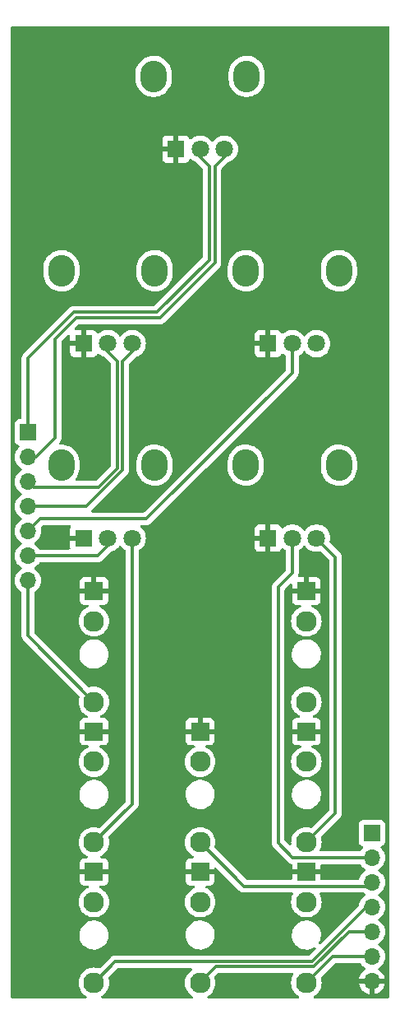
<source format=gbr>
%TF.GenerationSoftware,KiCad,Pcbnew,7.0.10*%
%TF.CreationDate,2024-02-20T22:03:04-06:00*%
%TF.ProjectId,3340_VCO,33333430-5f56-4434-9f2e-6b696361645f,rev?*%
%TF.SameCoordinates,Original*%
%TF.FileFunction,Copper,L1,Top*%
%TF.FilePolarity,Positive*%
%FSLAX46Y46*%
G04 Gerber Fmt 4.6, Leading zero omitted, Abs format (unit mm)*
G04 Created by KiCad (PCBNEW 7.0.10) date 2024-02-20 22:03:04*
%MOMM*%
%LPD*%
G01*
G04 APERTURE LIST*
%TA.AperFunction,ComponentPad*%
%ADD10R,1.930000X1.830000*%
%TD*%
%TA.AperFunction,ComponentPad*%
%ADD11C,2.130000*%
%TD*%
%TA.AperFunction,ComponentPad*%
%ADD12O,2.720000X3.240000*%
%TD*%
%TA.AperFunction,ComponentPad*%
%ADD13R,1.800000X1.800000*%
%TD*%
%TA.AperFunction,ComponentPad*%
%ADD14C,1.800000*%
%TD*%
%TA.AperFunction,ComponentPad*%
%ADD15R,1.700000X1.700000*%
%TD*%
%TA.AperFunction,ComponentPad*%
%ADD16O,1.700000X1.700000*%
%TD*%
%TA.AperFunction,ViaPad*%
%ADD17C,0.800000*%
%TD*%
%TA.AperFunction,Conductor*%
%ADD18C,0.300000*%
%TD*%
G04 APERTURE END LIST*
D10*
%TO.P,J6,S*%
%TO.N,GND*%
X167700000Y-104270000D03*
D11*
%TO.P,J6,T*%
%TO.N,/voct_b*%
X167700000Y-115670000D03*
%TO.P,J6,TN*%
%TO.N,unconnected-(J6-PadTN)*%
X167700000Y-107370000D03*
%TD*%
D10*
%TO.P,J4,S*%
%TO.N,GND*%
X178650000Y-118720000D03*
D11*
%TO.P,J4,T*%
%TO.N,/sync_b*%
X178650000Y-130120000D03*
%TO.P,J4,TN*%
%TO.N,unconnected-(J4-PadTN)*%
X178650000Y-121820000D03*
%TD*%
D12*
%TO.P,RV6,*%
%TO.N,*%
X164350000Y-91325000D03*
X173950000Y-91325000D03*
D13*
%TO.P,RV6,1,1*%
%TO.N,GND*%
X166650000Y-98825000D03*
D14*
%TO.P,RV6,2,2*%
%TO.N,/cvmod_b*%
X169150000Y-98825000D03*
%TO.P,RV6,3,3*%
%TO.N,Net-(J8-PadT)*%
X171650000Y-98825000D03*
%TD*%
D10*
%TO.P,J1,S*%
%TO.N,GND*%
X189600000Y-104270000D03*
D11*
%TO.P,J1,T*%
%TO.N,Net-(J1-PadT)*%
X189600000Y-115670000D03*
%TO.P,J1,TN*%
%TO.N,unconnected-(J1-PadTN)*%
X189600000Y-107370000D03*
%TD*%
D10*
%TO.P,J2,S*%
%TO.N,GND*%
X189600000Y-118720000D03*
D11*
%TO.P,J2,T*%
%TO.N,Net-(J2-PadT)*%
X189600000Y-130120000D03*
%TO.P,J2,TN*%
%TO.N,+5V*%
X189600000Y-121820000D03*
%TD*%
D12*
%TO.P,RV4,*%
%TO.N,*%
X173850000Y-51325000D03*
X183450000Y-51325000D03*
D13*
%TO.P,RV4,1,1*%
%TO.N,GND*%
X176150000Y-58825000D03*
D14*
%TO.P,RV4,2,2*%
%TO.N,/coarse2_b*%
X178650000Y-58825000D03*
%TO.P,RV4,3,3*%
%TO.N,/coarse3_b*%
X181150000Y-58825000D03*
%TD*%
D12*
%TO.P,RV5,*%
%TO.N,*%
X164350000Y-71325000D03*
X173950000Y-71325000D03*
D13*
%TO.P,RV5,1,1*%
%TO.N,GND*%
X166650000Y-78825000D03*
D14*
%TO.P,RV5,2,2*%
%TO.N,/fine2_b*%
X169150000Y-78825000D03*
%TO.P,RV5,3,3*%
%TO.N,/fine3_b*%
X171650000Y-78825000D03*
%TD*%
D12*
%TO.P,RV3,*%
%TO.N,*%
X183350000Y-91325000D03*
X192950000Y-91325000D03*
D13*
%TO.P,RV3,1,1*%
%TO.N,GND*%
X185650000Y-98825000D03*
D14*
%TO.P,RV3,2,2*%
%TO.N,/pwm_b*%
X188150000Y-98825000D03*
%TO.P,RV3,3,3*%
%TO.N,Net-(J2-PadT)*%
X190650000Y-98825000D03*
%TD*%
D10*
%TO.P,J3,S*%
%TO.N,GND*%
X167700000Y-133170000D03*
D11*
%TO.P,J3,T*%
%TO.N,/pulse_b*%
X167700000Y-144570000D03*
%TO.P,J3,TN*%
%TO.N,unconnected-(J3-PadTN)*%
X167700000Y-136270000D03*
%TD*%
D10*
%TO.P,J9,S*%
%TO.N,GND*%
X189600000Y-133170000D03*
D11*
%TO.P,J9,T*%
%TO.N,/tri_b*%
X189600000Y-144570000D03*
%TO.P,J9,TN*%
%TO.N,unconnected-(J9-PadTN)*%
X189600000Y-136270000D03*
%TD*%
D10*
%TO.P,J5,S*%
%TO.N,GND*%
X178650000Y-133170000D03*
D11*
%TO.P,J5,T*%
%TO.N,/saw_b*%
X178650000Y-144570000D03*
%TO.P,J5,TN*%
%TO.N,unconnected-(J5-PadTN)*%
X178650000Y-136270000D03*
%TD*%
D10*
%TO.P,J8,S*%
%TO.N,GND*%
X167700000Y-118720000D03*
D11*
%TO.P,J8,T*%
%TO.N,Net-(J8-PadT)*%
X167700000Y-130120000D03*
%TO.P,J8,TN*%
%TO.N,unconnected-(J8-PadTN)*%
X167700000Y-121820000D03*
%TD*%
D12*
%TO.P,RV2,*%
%TO.N,*%
X183350000Y-71325000D03*
X192950000Y-71325000D03*
D13*
%TO.P,RV2,1,1*%
%TO.N,GND*%
X185650000Y-78825000D03*
D14*
%TO.P,RV2,2,2*%
%TO.N,/linfm_b*%
X188150000Y-78825000D03*
%TO.P,RV2,3,3*%
%TO.N,Net-(J1-PadT)*%
X190650000Y-78825000D03*
%TD*%
D15*
%TO.P,J13,1,Pin_1*%
%TO.N,+5V*%
X196350000Y-129150000D03*
D16*
%TO.P,J13,2,Pin_2*%
%TO.N,/pwm_b*%
X196350000Y-131690000D03*
%TO.P,J13,3,Pin_3*%
%TO.N,/sync_b*%
X196350000Y-134230000D03*
%TO.P,J13,4,Pin_4*%
%TO.N,/pulse_b*%
X196350000Y-136770000D03*
%TO.P,J13,5,Pin_5*%
%TO.N,/saw_b*%
X196350000Y-139310000D03*
%TO.P,J13,6,Pin_6*%
%TO.N,/tri_b*%
X196350000Y-141850000D03*
%TO.P,J13,7,Pin_7*%
%TO.N,GND*%
X196350000Y-144390000D03*
%TD*%
D15*
%TO.P,J10,1,Pin_1*%
%TO.N,/coarse2_b*%
X160900000Y-87950000D03*
D16*
%TO.P,J10,2,Pin_2*%
%TO.N,/coarse3_b*%
X160900000Y-90490000D03*
%TO.P,J10,3,Pin_3*%
%TO.N,/fine2_b*%
X160900000Y-93030000D03*
%TO.P,J10,4,Pin_4*%
%TO.N,/fine3_b*%
X160900000Y-95570000D03*
%TO.P,J10,5,Pin_5*%
%TO.N,/linfm_b*%
X160900000Y-98110000D03*
%TO.P,J10,6,Pin_6*%
%TO.N,/cvmod_b*%
X160900000Y-100650000D03*
%TO.P,J10,7,Pin_7*%
%TO.N,/voct_b*%
X160900000Y-103190000D03*
%TD*%
D17*
%TO.N,GND*%
X175700000Y-144300000D03*
X186400000Y-144300000D03*
%TD*%
D18*
%TO.N,/pulse_b*%
X169900000Y-142400000D02*
X167800000Y-144500000D01*
%TO.N,/saw_b*%
X178650000Y-144500000D02*
X180250000Y-142900000D01*
%TO.N,Net-(J2-PadT)*%
X192600000Y-127120000D02*
X192600000Y-100775000D01*
X189600000Y-130120000D02*
X192600000Y-127120000D01*
X192600000Y-100775000D02*
X190650000Y-98825000D01*
%TO.N,/saw_b*%
X193982894Y-139310000D02*
X196350000Y-139310000D01*
%TO.N,/sync_b*%
X195930000Y-134650000D02*
X183180000Y-134650000D01*
X183180000Y-134650000D02*
X178650000Y-130120000D01*
%TO.N,/pulse_b*%
X195815788Y-136770000D02*
X196350000Y-136770000D01*
X190185788Y-142400000D02*
X195815788Y-136770000D01*
%TO.N,/saw_b*%
X190392894Y-142900000D02*
X193982894Y-139310000D01*
X180250000Y-142900000D02*
X190392894Y-142900000D01*
%TO.N,/sync_b*%
X196350000Y-134230000D02*
X195930000Y-134650000D01*
%TO.N,/pulse_b*%
X190185788Y-142400000D02*
X169900000Y-142400000D01*
%TO.N,/fine3_b*%
X170640000Y-80630000D02*
X170640000Y-91860000D01*
%TO.N,/fine2_b*%
X161460000Y-93590000D02*
X168200000Y-93590000D01*
X170140000Y-91650000D02*
X170140000Y-80620000D01*
X169150000Y-79630000D02*
X169150000Y-78825000D01*
X170140000Y-80620000D02*
X169150000Y-79630000D01*
%TO.N,/coarse3_b*%
X181150000Y-59630000D02*
X181150000Y-58825000D01*
X165860000Y-76170000D02*
X174540000Y-76170000D01*
X161710000Y-90490000D02*
X163690000Y-88510000D01*
X180180000Y-60600000D02*
X181150000Y-59630000D01*
X174540000Y-76170000D02*
X180180000Y-70530000D01*
X163690000Y-78340000D02*
X165860000Y-76170000D01*
X160900000Y-90490000D02*
X161710000Y-90490000D01*
%TO.N,/fine3_b*%
X171650000Y-78825000D02*
X171650000Y-79620000D01*
%TO.N,/coarse3_b*%
X180180000Y-70530000D02*
X180180000Y-60600000D01*
X163690000Y-88510000D02*
X163690000Y-78340000D01*
%TO.N,/coarse2_b*%
X179580000Y-60570000D02*
X178650000Y-59640000D01*
X165640000Y-75610000D02*
X174180000Y-75610000D01*
X160900000Y-87950000D02*
X160900000Y-80350000D01*
X178650000Y-59640000D02*
X178650000Y-58825000D01*
X179580000Y-70210000D02*
X179580000Y-60570000D01*
X174180000Y-75610000D02*
X179580000Y-70210000D01*
X160900000Y-80350000D02*
X165640000Y-75610000D01*
%TO.N,/pwm_b*%
X188150000Y-102400000D02*
X188150000Y-98825000D01*
X186700000Y-103850000D02*
X188150000Y-102400000D01*
%TO.N,/fine3_b*%
X171650000Y-79620000D02*
X170640000Y-80630000D01*
%TO.N,/pwm_b*%
X188190000Y-131690000D02*
X186700000Y-130200000D01*
X186700000Y-130200000D02*
X186700000Y-103850000D01*
X196350000Y-131690000D02*
X188190000Y-131690000D01*
%TO.N,/fine3_b*%
X166930000Y-95570000D02*
X160900000Y-95570000D01*
%TO.N,/fine2_b*%
X160900000Y-93030000D02*
X161460000Y-93590000D01*
%TO.N,/tri_b*%
X192320000Y-141850000D02*
X196350000Y-141850000D01*
X189600000Y-144570000D02*
X192320000Y-141850000D01*
%TO.N,Net-(J8-PadT)*%
X171650000Y-98825000D02*
X171650000Y-126170000D01*
%TO.N,/fine2_b*%
X168200000Y-93590000D02*
X170140000Y-91650000D01*
%TO.N,Net-(J8-PadT)*%
X171650000Y-126170000D02*
X167700000Y-130120000D01*
%TO.N,/voct_b*%
X160900000Y-108870000D02*
X160900000Y-103190000D01*
X167700000Y-115670000D02*
X160900000Y-108870000D01*
%TO.N,/cvmod_b*%
X168110000Y-100650000D02*
X169150000Y-99610000D01*
X169150000Y-99610000D02*
X169150000Y-98825000D01*
%TO.N,/linfm_b*%
X173120000Y-96840000D02*
X188150000Y-81810000D01*
%TO.N,/cvmod_b*%
X160900000Y-100650000D02*
X168110000Y-100650000D01*
%TO.N,/linfm_b*%
X188150000Y-81810000D02*
X188150000Y-78825000D01*
%TO.N,/fine3_b*%
X170640000Y-91860000D02*
X166930000Y-95570000D01*
%TO.N,/linfm_b*%
X160900000Y-98110000D02*
X162170000Y-96840000D01*
X162170000Y-96840000D02*
X173120000Y-96840000D01*
%TD*%
%TA.AperFunction,Conductor*%
%TO.N,GND*%
G36*
X165270002Y-97510185D02*
G01*
X165315757Y-97562989D01*
X165325701Y-97632147D01*
X165308453Y-97673793D01*
X165310897Y-97675128D01*
X165306645Y-97682913D01*
X165256403Y-97817620D01*
X165256401Y-97817627D01*
X165250000Y-97877155D01*
X165250000Y-98575000D01*
X166216314Y-98575000D01*
X166190507Y-98615156D01*
X166150000Y-98753111D01*
X166150000Y-98896889D01*
X166190507Y-99034844D01*
X166216314Y-99075000D01*
X165250000Y-99075000D01*
X165250000Y-99772844D01*
X165256401Y-99832372D01*
X165258187Y-99839930D01*
X165256900Y-99840233D01*
X165261309Y-99901856D01*
X165227825Y-99963180D01*
X165166502Y-99996666D01*
X165140142Y-99999500D01*
X162157721Y-99999500D01*
X162090682Y-99979815D01*
X162056146Y-99946623D01*
X161938494Y-99778597D01*
X161771402Y-99611506D01*
X161771396Y-99611501D01*
X161585842Y-99481575D01*
X161542217Y-99426998D01*
X161535023Y-99357500D01*
X161566546Y-99295145D01*
X161585842Y-99278425D01*
X161608026Y-99262891D01*
X161771401Y-99148495D01*
X161938495Y-98981401D01*
X162074035Y-98787830D01*
X162173903Y-98573663D01*
X162235063Y-98345408D01*
X162255659Y-98110000D01*
X162235063Y-97874592D01*
X162215614Y-97802007D01*
X162217277Y-97732162D01*
X162247704Y-97682240D01*
X162403128Y-97526816D01*
X162464451Y-97493334D01*
X162490808Y-97490500D01*
X165202963Y-97490500D01*
X165270002Y-97510185D01*
G37*
%TD.AperFunction*%
%TA.AperFunction,Conductor*%
G36*
X165169334Y-77883126D02*
G01*
X165225267Y-77924998D01*
X165249684Y-77990462D01*
X165250000Y-77999308D01*
X165250000Y-78575000D01*
X166216314Y-78575000D01*
X166190507Y-78615156D01*
X166150000Y-78753111D01*
X166150000Y-78896889D01*
X166190507Y-79034844D01*
X166216314Y-79075000D01*
X165250000Y-79075000D01*
X165250000Y-79772844D01*
X165256401Y-79832372D01*
X165256403Y-79832379D01*
X165306645Y-79967086D01*
X165306649Y-79967093D01*
X165392809Y-80082187D01*
X165392812Y-80082190D01*
X165507906Y-80168350D01*
X165507913Y-80168354D01*
X165642620Y-80218596D01*
X165642627Y-80218598D01*
X165702155Y-80224999D01*
X165702172Y-80225000D01*
X166400000Y-80225000D01*
X166400000Y-79260501D01*
X166507685Y-79309680D01*
X166614237Y-79325000D01*
X166685763Y-79325000D01*
X166792315Y-79309680D01*
X166900000Y-79260501D01*
X166900000Y-80225000D01*
X167597828Y-80225000D01*
X167597844Y-80224999D01*
X167657372Y-80218598D01*
X167657379Y-80218596D01*
X167792086Y-80168354D01*
X167792093Y-80168350D01*
X167907187Y-80082190D01*
X167907190Y-80082187D01*
X167993350Y-79967093D01*
X167993353Y-79967088D01*
X168011678Y-79917955D01*
X168053549Y-79862020D01*
X168119013Y-79837602D01*
X168187286Y-79852453D01*
X168204023Y-79863433D01*
X168381365Y-80001464D01*
X168381371Y-80001468D01*
X168381374Y-80001470D01*
X168585497Y-80111936D01*
X168689386Y-80147601D01*
X168750982Y-80168747D01*
X168798401Y-80198347D01*
X169453181Y-80853127D01*
X169486666Y-80914450D01*
X169489500Y-80940808D01*
X169489500Y-91329192D01*
X169469815Y-91396231D01*
X169453181Y-91416873D01*
X167966873Y-92903181D01*
X167905550Y-92936666D01*
X167879192Y-92939500D01*
X165912042Y-92939500D01*
X165845003Y-92919815D01*
X165799248Y-92867011D01*
X165789304Y-92797853D01*
X165818329Y-92734297D01*
X165819688Y-92732755D01*
X165826515Y-92725135D01*
X165826518Y-92725131D01*
X165976788Y-92497998D01*
X166092386Y-92251406D01*
X166170847Y-91990611D01*
X166210500Y-91721171D01*
X166210500Y-90997000D01*
X166195597Y-90793384D01*
X166180454Y-90725403D01*
X166136384Y-90527564D01*
X166136382Y-90527560D01*
X166136382Y-90527558D01*
X166039093Y-90273186D01*
X165905804Y-90035690D01*
X165739355Y-89820132D01*
X165543295Y-89631106D01*
X165543292Y-89631104D01*
X165543290Y-89631102D01*
X165321810Y-89472647D01*
X165321804Y-89472643D01*
X165321802Y-89472642D01*
X165192092Y-89405953D01*
X165079602Y-89348117D01*
X165079588Y-89348111D01*
X164821854Y-89260184D01*
X164821841Y-89260181D01*
X164821836Y-89260180D01*
X164554040Y-89210715D01*
X164554020Y-89210713D01*
X164281869Y-89200767D01*
X164281867Y-89200767D01*
X164227469Y-89206752D01*
X164158679Y-89194517D01*
X164107424Y-89147033D01*
X164089977Y-89079376D01*
X164111878Y-89013028D01*
X164123507Y-88998623D01*
X164155866Y-88964165D01*
X164158578Y-88961367D01*
X164178911Y-88941035D01*
X164181606Y-88937560D01*
X164189199Y-88928669D01*
X164209095Y-88907483D01*
X164220448Y-88895393D01*
X164230674Y-88876789D01*
X164241347Y-88860541D01*
X164254363Y-88843763D01*
X164272491Y-88801870D01*
X164277627Y-88791382D01*
X164299627Y-88751368D01*
X164304904Y-88730808D01*
X164311206Y-88712403D01*
X164319636Y-88692926D01*
X164326779Y-88647820D01*
X164329143Y-88636405D01*
X164340500Y-88592177D01*
X164340500Y-88570955D01*
X164342027Y-88551555D01*
X164345347Y-88530595D01*
X164341050Y-88485140D01*
X164340500Y-88473470D01*
X164340500Y-78660808D01*
X164360185Y-78593769D01*
X164376819Y-78573127D01*
X165038319Y-77911627D01*
X165099642Y-77878142D01*
X165169334Y-77883126D01*
G37*
%TD.AperFunction*%
%TA.AperFunction,Conductor*%
G36*
X198092539Y-46170185D02*
G01*
X198138294Y-46222989D01*
X198149500Y-46274500D01*
X198149500Y-146025500D01*
X198129815Y-146092539D01*
X198077011Y-146138294D01*
X198025500Y-146149500D01*
X190458342Y-146149500D01*
X190391303Y-146129815D01*
X190345548Y-146077011D01*
X190335604Y-146007853D01*
X190364629Y-145944297D01*
X190393548Y-145919774D01*
X190523023Y-145840433D01*
X190710399Y-145680399D01*
X190870433Y-145493023D01*
X190999184Y-145282920D01*
X191093483Y-145055262D01*
X191151007Y-144815655D01*
X191170341Y-144570000D01*
X191151007Y-144324345D01*
X191093483Y-144084738D01*
X191092604Y-144081075D01*
X191096095Y-144011292D01*
X191125495Y-143964449D01*
X192553127Y-142536819D01*
X192614450Y-142503334D01*
X192640808Y-142500500D01*
X195092278Y-142500500D01*
X195159317Y-142520185D01*
X195193853Y-142553377D01*
X195311500Y-142721395D01*
X195311505Y-142721401D01*
X195478599Y-142888495D01*
X195637357Y-142999659D01*
X195664594Y-143018730D01*
X195708219Y-143073307D01*
X195715413Y-143142805D01*
X195683890Y-143205160D01*
X195664595Y-143221880D01*
X195478922Y-143351890D01*
X195478920Y-143351891D01*
X195311891Y-143518920D01*
X195311886Y-143518926D01*
X195176400Y-143712420D01*
X195176399Y-143712422D01*
X195076570Y-143926507D01*
X195076567Y-143926513D01*
X195019364Y-144139999D01*
X195019364Y-144140000D01*
X195916314Y-144140000D01*
X195890507Y-144180156D01*
X195850000Y-144318111D01*
X195850000Y-144461889D01*
X195890507Y-144599844D01*
X195916314Y-144640000D01*
X195019364Y-144640000D01*
X195076567Y-144853486D01*
X195076570Y-144853492D01*
X195176399Y-145067578D01*
X195311894Y-145261082D01*
X195478917Y-145428105D01*
X195672421Y-145563600D01*
X195886507Y-145663429D01*
X195886516Y-145663433D01*
X196100000Y-145720634D01*
X196100000Y-144825501D01*
X196207685Y-144874680D01*
X196314237Y-144890000D01*
X196385763Y-144890000D01*
X196492315Y-144874680D01*
X196600000Y-144825501D01*
X196600000Y-145720633D01*
X196813483Y-145663433D01*
X196813492Y-145663429D01*
X197027578Y-145563600D01*
X197221082Y-145428105D01*
X197388105Y-145261082D01*
X197523600Y-145067578D01*
X197623429Y-144853492D01*
X197623432Y-144853486D01*
X197680636Y-144640000D01*
X196783686Y-144640000D01*
X196809493Y-144599844D01*
X196850000Y-144461889D01*
X196850000Y-144318111D01*
X196809493Y-144180156D01*
X196783686Y-144140000D01*
X197680636Y-144140000D01*
X197680635Y-144139999D01*
X197623432Y-143926513D01*
X197623429Y-143926507D01*
X197523600Y-143712422D01*
X197523599Y-143712420D01*
X197388113Y-143518926D01*
X197388108Y-143518920D01*
X197221078Y-143351890D01*
X197035405Y-143221879D01*
X196991780Y-143167302D01*
X196984588Y-143097804D01*
X197016110Y-143035449D01*
X197035406Y-143018730D01*
X197221401Y-142888495D01*
X197388495Y-142721401D01*
X197524035Y-142527830D01*
X197623903Y-142313663D01*
X197685063Y-142085408D01*
X197705659Y-141850000D01*
X197685063Y-141614592D01*
X197623903Y-141386337D01*
X197524035Y-141172171D01*
X197511026Y-141153591D01*
X197388494Y-140978597D01*
X197221402Y-140811506D01*
X197221396Y-140811501D01*
X197035842Y-140681575D01*
X196992217Y-140626998D01*
X196985023Y-140557500D01*
X197016546Y-140495145D01*
X197035842Y-140478425D01*
X197101414Y-140432511D01*
X197221401Y-140348495D01*
X197388495Y-140181401D01*
X197524035Y-139987830D01*
X197623903Y-139773663D01*
X197685063Y-139545408D01*
X197705659Y-139310000D01*
X197685063Y-139074592D01*
X197623903Y-138846337D01*
X197524035Y-138632171D01*
X197465946Y-138549210D01*
X197388494Y-138438597D01*
X197221402Y-138271506D01*
X197221396Y-138271501D01*
X197035842Y-138141575D01*
X196992217Y-138086998D01*
X196985023Y-138017500D01*
X197016546Y-137955145D01*
X197035842Y-137938425D01*
X197175920Y-137840341D01*
X197221401Y-137808495D01*
X197388495Y-137641401D01*
X197524035Y-137447830D01*
X197623903Y-137233663D01*
X197685063Y-137005408D01*
X197705659Y-136770000D01*
X197685063Y-136534592D01*
X197623903Y-136306337D01*
X197524035Y-136092171D01*
X197476541Y-136024341D01*
X197388494Y-135898597D01*
X197221402Y-135731506D01*
X197221396Y-135731501D01*
X197035842Y-135601575D01*
X196992217Y-135546998D01*
X196985023Y-135477500D01*
X197016546Y-135415145D01*
X197035842Y-135398425D01*
X197147580Y-135320185D01*
X197221401Y-135268495D01*
X197388495Y-135101401D01*
X197524035Y-134907830D01*
X197623903Y-134693663D01*
X197685063Y-134465408D01*
X197705659Y-134230000D01*
X197685063Y-133994592D01*
X197623903Y-133766337D01*
X197524035Y-133552171D01*
X197431489Y-133420000D01*
X197388494Y-133358597D01*
X197221402Y-133191506D01*
X197221396Y-133191501D01*
X197035842Y-133061575D01*
X196992217Y-133006998D01*
X196985023Y-132937500D01*
X197016546Y-132875145D01*
X197035842Y-132858425D01*
X197208870Y-132737269D01*
X197221401Y-132728495D01*
X197388495Y-132561401D01*
X197524035Y-132367830D01*
X197623903Y-132153663D01*
X197685063Y-131925408D01*
X197705659Y-131690000D01*
X197685063Y-131454592D01*
X197638626Y-131281285D01*
X197623905Y-131226344D01*
X197623904Y-131226343D01*
X197623903Y-131226337D01*
X197524035Y-131012171D01*
X197506146Y-130986623D01*
X197388496Y-130818600D01*
X197388495Y-130818599D01*
X197266567Y-130696671D01*
X197233084Y-130635351D01*
X197238068Y-130565659D01*
X197279939Y-130509725D01*
X197310915Y-130492810D01*
X197442331Y-130443796D01*
X197557546Y-130357546D01*
X197643796Y-130242331D01*
X197694091Y-130107483D01*
X197700500Y-130047873D01*
X197700499Y-128252128D01*
X197694091Y-128192517D01*
X197643796Y-128057669D01*
X197643795Y-128057668D01*
X197643793Y-128057664D01*
X197557547Y-127942455D01*
X197557544Y-127942452D01*
X197442335Y-127856206D01*
X197442328Y-127856202D01*
X197307482Y-127805908D01*
X197307483Y-127805908D01*
X197247883Y-127799501D01*
X197247881Y-127799500D01*
X197247873Y-127799500D01*
X197247864Y-127799500D01*
X195452129Y-127799500D01*
X195452123Y-127799501D01*
X195392516Y-127805908D01*
X195257671Y-127856202D01*
X195257664Y-127856206D01*
X195142455Y-127942452D01*
X195142452Y-127942455D01*
X195056206Y-128057664D01*
X195056202Y-128057671D01*
X195005908Y-128192517D01*
X194999501Y-128252116D01*
X194999501Y-128252123D01*
X194999500Y-128252135D01*
X194999500Y-130047870D01*
X194999501Y-130047876D01*
X195005908Y-130107483D01*
X195056202Y-130242328D01*
X195056206Y-130242335D01*
X195142452Y-130357544D01*
X195142455Y-130357547D01*
X195257664Y-130443793D01*
X195257671Y-130443797D01*
X195389081Y-130492810D01*
X195445015Y-130534681D01*
X195469432Y-130600145D01*
X195454580Y-130668418D01*
X195433430Y-130696673D01*
X195311503Y-130818600D01*
X195193854Y-130986623D01*
X195139277Y-131030248D01*
X195092279Y-131039500D01*
X191094010Y-131039500D01*
X191026971Y-131019815D01*
X190981216Y-130967011D01*
X190971272Y-130897853D01*
X190988282Y-130850711D01*
X190990457Y-130847160D01*
X190999184Y-130832920D01*
X191093483Y-130605262D01*
X191151007Y-130365655D01*
X191170341Y-130120000D01*
X191151007Y-129874345D01*
X191093483Y-129634738D01*
X191092604Y-129631075D01*
X191096095Y-129561292D01*
X191125495Y-129514449D01*
X192999513Y-127640431D01*
X193012079Y-127630365D01*
X193011925Y-127630178D01*
X193017933Y-127625205D01*
X193017940Y-127625202D01*
X193041227Y-127600402D01*
X193065865Y-127574167D01*
X193068578Y-127571367D01*
X193088912Y-127551034D01*
X193091607Y-127547559D01*
X193099186Y-127538682D01*
X193130448Y-127505393D01*
X193140674Y-127486789D01*
X193151347Y-127470541D01*
X193164363Y-127453763D01*
X193182491Y-127411870D01*
X193187627Y-127401382D01*
X193209627Y-127361368D01*
X193214904Y-127340808D01*
X193221206Y-127322403D01*
X193229636Y-127302926D01*
X193236779Y-127257820D01*
X193239143Y-127246405D01*
X193250500Y-127202177D01*
X193250500Y-127180955D01*
X193252027Y-127161555D01*
X193255347Y-127140595D01*
X193251050Y-127095136D01*
X193250500Y-127083467D01*
X193250500Y-100860501D01*
X193252268Y-100844488D01*
X193252026Y-100844466D01*
X193252758Y-100836710D01*
X193252760Y-100836703D01*
X193250561Y-100766735D01*
X193250500Y-100762840D01*
X193250500Y-100734077D01*
X193250499Y-100734070D01*
X193249949Y-100729716D01*
X193249030Y-100718054D01*
X193247597Y-100672430D01*
X193241676Y-100652052D01*
X193237731Y-100633003D01*
X193235071Y-100611942D01*
X193218261Y-100569487D01*
X193214481Y-100558445D01*
X193201743Y-100514599D01*
X193190941Y-100496335D01*
X193182379Y-100478858D01*
X193181351Y-100476262D01*
X193174568Y-100459129D01*
X193147737Y-100422199D01*
X193141323Y-100412435D01*
X193118082Y-100373137D01*
X193118081Y-100373135D01*
X193103075Y-100358129D01*
X193090435Y-100343330D01*
X193077961Y-100326160D01*
X193042780Y-100297056D01*
X193034140Y-100289194D01*
X192038493Y-99293547D01*
X192005008Y-99232224D01*
X192005969Y-99175425D01*
X192036131Y-99056317D01*
X192036133Y-99056308D01*
X192036134Y-99056305D01*
X192036135Y-99056297D01*
X192055300Y-98825006D01*
X192055300Y-98824993D01*
X192036135Y-98593702D01*
X192036133Y-98593691D01*
X191979157Y-98368699D01*
X191885924Y-98156151D01*
X191758983Y-97961852D01*
X191758980Y-97961849D01*
X191758979Y-97961847D01*
X191601784Y-97791087D01*
X191601779Y-97791083D01*
X191601777Y-97791081D01*
X191418634Y-97648535D01*
X191418628Y-97648531D01*
X191214504Y-97538064D01*
X191214495Y-97538061D01*
X190994984Y-97462702D01*
X190807404Y-97431401D01*
X190766049Y-97424500D01*
X190533951Y-97424500D01*
X190495334Y-97430944D01*
X190305015Y-97462702D01*
X190085504Y-97538061D01*
X190085495Y-97538064D01*
X189881371Y-97648531D01*
X189881365Y-97648535D01*
X189698222Y-97791081D01*
X189698219Y-97791084D01*
X189698216Y-97791086D01*
X189698216Y-97791087D01*
X189621347Y-97874590D01*
X189541015Y-97961854D01*
X189503808Y-98018804D01*
X189450662Y-98064161D01*
X189381430Y-98073584D01*
X189318095Y-98044082D01*
X189296192Y-98018804D01*
X189258984Y-97961854D01*
X189258982Y-97961852D01*
X189258979Y-97961847D01*
X189101784Y-97791087D01*
X189101779Y-97791083D01*
X189101777Y-97791081D01*
X188918634Y-97648535D01*
X188918628Y-97648531D01*
X188714504Y-97538064D01*
X188714495Y-97538061D01*
X188494984Y-97462702D01*
X188307404Y-97431401D01*
X188266049Y-97424500D01*
X188033951Y-97424500D01*
X187995334Y-97430944D01*
X187805015Y-97462702D01*
X187585504Y-97538061D01*
X187585495Y-97538064D01*
X187381372Y-97648531D01*
X187204023Y-97786567D01*
X187139029Y-97812209D01*
X187070489Y-97798642D01*
X187020164Y-97750174D01*
X187011679Y-97732045D01*
X186993355Y-97682915D01*
X186993350Y-97682906D01*
X186907190Y-97567812D01*
X186907187Y-97567809D01*
X186792093Y-97481649D01*
X186792086Y-97481645D01*
X186657379Y-97431403D01*
X186657372Y-97431401D01*
X186597844Y-97425000D01*
X185900000Y-97425000D01*
X185900000Y-98389498D01*
X185792315Y-98340320D01*
X185685763Y-98325000D01*
X185614237Y-98325000D01*
X185507685Y-98340320D01*
X185400000Y-98389498D01*
X185400000Y-97425000D01*
X184702155Y-97425000D01*
X184642627Y-97431401D01*
X184642620Y-97431403D01*
X184507913Y-97481645D01*
X184507906Y-97481649D01*
X184392812Y-97567809D01*
X184392809Y-97567812D01*
X184306649Y-97682906D01*
X184306645Y-97682913D01*
X184256403Y-97817620D01*
X184256401Y-97817627D01*
X184250000Y-97877155D01*
X184250000Y-98575000D01*
X185216314Y-98575000D01*
X185190507Y-98615156D01*
X185150000Y-98753111D01*
X185150000Y-98896889D01*
X185190507Y-99034844D01*
X185216314Y-99075000D01*
X184250000Y-99075000D01*
X184250000Y-99772844D01*
X184256401Y-99832372D01*
X184256403Y-99832379D01*
X184306645Y-99967086D01*
X184306649Y-99967093D01*
X184392809Y-100082187D01*
X184392812Y-100082190D01*
X184507906Y-100168350D01*
X184507913Y-100168354D01*
X184642620Y-100218596D01*
X184642627Y-100218598D01*
X184702155Y-100224999D01*
X184702172Y-100225000D01*
X185400000Y-100225000D01*
X185400000Y-99260501D01*
X185507685Y-99309680D01*
X185614237Y-99325000D01*
X185685763Y-99325000D01*
X185792315Y-99309680D01*
X185900000Y-99260501D01*
X185900000Y-100225000D01*
X186597828Y-100225000D01*
X186597844Y-100224999D01*
X186657372Y-100218598D01*
X186657379Y-100218596D01*
X186792086Y-100168354D01*
X186792093Y-100168350D01*
X186907187Y-100082190D01*
X186907190Y-100082187D01*
X186993350Y-99967093D01*
X186993353Y-99967088D01*
X187011678Y-99917955D01*
X187053549Y-99862020D01*
X187119013Y-99837602D01*
X187187286Y-99852453D01*
X187204023Y-99863433D01*
X187381365Y-100001464D01*
X187381380Y-100001474D01*
X187434516Y-100030229D01*
X187484107Y-100079447D01*
X187499500Y-100139284D01*
X187499500Y-102079191D01*
X187479815Y-102146230D01*
X187463181Y-102166872D01*
X186300484Y-103329568D01*
X186287910Y-103339643D01*
X186288065Y-103339830D01*
X186282058Y-103344799D01*
X186234133Y-103395833D01*
X186231427Y-103398625D01*
X186211090Y-103418963D01*
X186211077Y-103418978D01*
X186208373Y-103422463D01*
X186200806Y-103431322D01*
X186169552Y-103464607D01*
X186159322Y-103483213D01*
X186148646Y-103499464D01*
X186135640Y-103516232D01*
X186135636Y-103516238D01*
X186117508Y-103558130D01*
X186112369Y-103568619D01*
X186090372Y-103608630D01*
X186090372Y-103608631D01*
X186085091Y-103629199D01*
X186078791Y-103647601D01*
X186070364Y-103667073D01*
X186063223Y-103712162D01*
X186060854Y-103723600D01*
X186049500Y-103767817D01*
X186049500Y-103789044D01*
X186047973Y-103808444D01*
X186044653Y-103829403D01*
X186048950Y-103874858D01*
X186049500Y-103886528D01*
X186049500Y-130114494D01*
X186047732Y-130130505D01*
X186047974Y-130130528D01*
X186047240Y-130138294D01*
X186049439Y-130208262D01*
X186049500Y-130212157D01*
X186049500Y-130240920D01*
X186049501Y-130240938D01*
X186050053Y-130245311D01*
X186050968Y-130256941D01*
X186052402Y-130302567D01*
X186052403Y-130302570D01*
X186058323Y-130322948D01*
X186062268Y-130341996D01*
X186064928Y-130363054D01*
X186064931Y-130363065D01*
X186081737Y-130405514D01*
X186085520Y-130416563D01*
X186098254Y-130460395D01*
X186098255Y-130460397D01*
X186109060Y-130478666D01*
X186117617Y-130496134D01*
X186122999Y-130509725D01*
X186125432Y-130515872D01*
X186152266Y-130552806D01*
X186158678Y-130562568D01*
X186181919Y-130601865D01*
X186181923Y-130601869D01*
X186196925Y-130616871D01*
X186209563Y-130631669D01*
X186222033Y-130648833D01*
X186222036Y-130648837D01*
X186257213Y-130677937D01*
X186265854Y-130685800D01*
X187669564Y-132089510D01*
X187679635Y-132102080D01*
X187679822Y-132101926D01*
X187684795Y-132107937D01*
X187735832Y-132155864D01*
X187738629Y-132158575D01*
X187758967Y-132178913D01*
X187762450Y-132181615D01*
X187771326Y-132189196D01*
X187790451Y-132207155D01*
X187804607Y-132220448D01*
X187804609Y-132220449D01*
X187823205Y-132230672D01*
X187839470Y-132241357D01*
X187856232Y-132254360D01*
X187856235Y-132254361D01*
X187856236Y-132254362D01*
X187898140Y-132272495D01*
X187908612Y-132277625D01*
X187948632Y-132299627D01*
X187964340Y-132303659D01*
X187969186Y-132304904D01*
X187987598Y-132311207D01*
X188007073Y-132319635D01*
X188030397Y-132323329D01*
X188093531Y-132353256D01*
X188130463Y-132412567D01*
X188135000Y-132445802D01*
X188135000Y-132920000D01*
X189043480Y-132920000D01*
X189015245Y-132980002D01*
X188986365Y-133131393D01*
X188996043Y-133285211D01*
X189039838Y-133420000D01*
X188135000Y-133420000D01*
X188135000Y-133875500D01*
X188115315Y-133942539D01*
X188062511Y-133988294D01*
X188011000Y-133999500D01*
X183500808Y-133999500D01*
X183433769Y-133979815D01*
X183413127Y-133963181D01*
X180175496Y-130725550D01*
X180142011Y-130664227D01*
X180142603Y-130608922D01*
X180143479Y-130605269D01*
X180143483Y-130605262D01*
X180201007Y-130365655D01*
X180220341Y-130120000D01*
X180201007Y-129874345D01*
X180143483Y-129634738D01*
X180049184Y-129407080D01*
X180049184Y-129407079D01*
X179920436Y-129196981D01*
X179920435Y-129196979D01*
X179884280Y-129154648D01*
X179760399Y-129009601D01*
X179636516Y-128903795D01*
X179573020Y-128849564D01*
X179573018Y-128849563D01*
X179362920Y-128720815D01*
X179135264Y-128626517D01*
X178895658Y-128568993D01*
X178650000Y-128549659D01*
X178404341Y-128568993D01*
X178164735Y-128626517D01*
X177937079Y-128720815D01*
X177726981Y-128849563D01*
X177726979Y-128849564D01*
X177539601Y-129009601D01*
X177379564Y-129196979D01*
X177379563Y-129196981D01*
X177250815Y-129407079D01*
X177156517Y-129634735D01*
X177098993Y-129874341D01*
X177079659Y-130120000D01*
X177098993Y-130365658D01*
X177156517Y-130605264D01*
X177250815Y-130832920D01*
X177379563Y-131043018D01*
X177379564Y-131043020D01*
X177379567Y-131043023D01*
X177539601Y-131230399D01*
X177684648Y-131354280D01*
X177726979Y-131390435D01*
X177726981Y-131390436D01*
X177937080Y-131519184D01*
X177939695Y-131520517D01*
X177940508Y-131521285D01*
X177941234Y-131521730D01*
X177941140Y-131521882D01*
X177990490Y-131568493D01*
X178007283Y-131636314D01*
X177984743Y-131702449D01*
X177930027Y-131745898D01*
X177883397Y-131755000D01*
X177637155Y-131755000D01*
X177577627Y-131761401D01*
X177577620Y-131761403D01*
X177442913Y-131811645D01*
X177442906Y-131811649D01*
X177327812Y-131897809D01*
X177327809Y-131897812D01*
X177241649Y-132012906D01*
X177241645Y-132012913D01*
X177191403Y-132147620D01*
X177191401Y-132147627D01*
X177185000Y-132207155D01*
X177185000Y-132920000D01*
X178093480Y-132920000D01*
X178065245Y-132980002D01*
X178036365Y-133131393D01*
X178046043Y-133285211D01*
X178089838Y-133420000D01*
X177185000Y-133420000D01*
X177185000Y-134132844D01*
X177191401Y-134192372D01*
X177191403Y-134192379D01*
X177241645Y-134327086D01*
X177241649Y-134327093D01*
X177327809Y-134442187D01*
X177327812Y-134442190D01*
X177442906Y-134528350D01*
X177442913Y-134528354D01*
X177577620Y-134578596D01*
X177577627Y-134578598D01*
X177637155Y-134584999D01*
X177637172Y-134585000D01*
X178003709Y-134585000D01*
X178070748Y-134604685D01*
X178116503Y-134657489D01*
X178126447Y-134726647D01*
X178097422Y-134790203D01*
X178051162Y-134823561D01*
X177937079Y-134870815D01*
X177726981Y-134999563D01*
X177726979Y-134999564D01*
X177539601Y-135159601D01*
X177379564Y-135346979D01*
X177379563Y-135346981D01*
X177250815Y-135557079D01*
X177156517Y-135784735D01*
X177098993Y-136024341D01*
X177079659Y-136270000D01*
X177098993Y-136515658D01*
X177156517Y-136755264D01*
X177250815Y-136982920D01*
X177379563Y-137193018D01*
X177379564Y-137193020D01*
X177433795Y-137256516D01*
X177539601Y-137380399D01*
X177684648Y-137504280D01*
X177726979Y-137540435D01*
X177726981Y-137540436D01*
X177937079Y-137669184D01*
X178164735Y-137763482D01*
X178164736Y-137763482D01*
X178164738Y-137763483D01*
X178404345Y-137821007D01*
X178650000Y-137840341D01*
X178895655Y-137821007D01*
X179135262Y-137763483D01*
X179362920Y-137669184D01*
X179573023Y-137540433D01*
X179760399Y-137380399D01*
X179920433Y-137193023D01*
X180049184Y-136982920D01*
X180143483Y-136755262D01*
X180201007Y-136515655D01*
X180220341Y-136270000D01*
X180201007Y-136024345D01*
X180143483Y-135784738D01*
X180121432Y-135731501D01*
X180049184Y-135557079D01*
X179920436Y-135346981D01*
X179920435Y-135346979D01*
X179869016Y-135286775D01*
X179760399Y-135159601D01*
X179631499Y-135049510D01*
X179573020Y-134999564D01*
X179573018Y-134999563D01*
X179362919Y-134870815D01*
X179362920Y-134870815D01*
X179248838Y-134823561D01*
X179194435Y-134779720D01*
X179172370Y-134713426D01*
X179189649Y-134645726D01*
X179240787Y-134598116D01*
X179296291Y-134585000D01*
X179662828Y-134585000D01*
X179662844Y-134584999D01*
X179722372Y-134578598D01*
X179722379Y-134578596D01*
X179857086Y-134528354D01*
X179857093Y-134528350D01*
X179972187Y-134442190D01*
X179972190Y-134442187D01*
X180058350Y-134327093D01*
X180058354Y-134327086D01*
X180108596Y-134192379D01*
X180108598Y-134192372D01*
X180114999Y-134132844D01*
X180115000Y-134132827D01*
X180115000Y-133420000D01*
X179206520Y-133420000D01*
X179234755Y-133359998D01*
X179263635Y-133208607D01*
X179253957Y-133054789D01*
X179210162Y-132920000D01*
X180115000Y-132920000D01*
X180115000Y-132804308D01*
X180134685Y-132737269D01*
X180187489Y-132691514D01*
X180256647Y-132681570D01*
X180320203Y-132710595D01*
X180326681Y-132716627D01*
X182659564Y-135049510D01*
X182669635Y-135062080D01*
X182669822Y-135061926D01*
X182674795Y-135067937D01*
X182674797Y-135067939D01*
X182674798Y-135067940D01*
X182725832Y-135115864D01*
X182728629Y-135118575D01*
X182748967Y-135138913D01*
X182752450Y-135141615D01*
X182761326Y-135149196D01*
X182772407Y-135159601D01*
X182794607Y-135180448D01*
X182794609Y-135180449D01*
X182813205Y-135190672D01*
X182829470Y-135201357D01*
X182846232Y-135214360D01*
X182846235Y-135214361D01*
X182846236Y-135214362D01*
X182888140Y-135232495D01*
X182898612Y-135237625D01*
X182938632Y-135259627D01*
X182954340Y-135263659D01*
X182959186Y-135264904D01*
X182977598Y-135271207D01*
X182997073Y-135279635D01*
X183042174Y-135286777D01*
X183053589Y-135289142D01*
X183097823Y-135300500D01*
X183119050Y-135300500D01*
X183138447Y-135302026D01*
X183159404Y-135305346D01*
X183204852Y-135301049D01*
X183216520Y-135300500D01*
X188136630Y-135300500D01*
X188203669Y-135320185D01*
X188249424Y-135372989D01*
X188259368Y-135442147D01*
X188242358Y-135489289D01*
X188200814Y-135557081D01*
X188106517Y-135784735D01*
X188048993Y-136024341D01*
X188029659Y-136270000D01*
X188048993Y-136515658D01*
X188106517Y-136755264D01*
X188200815Y-136982920D01*
X188329563Y-137193018D01*
X188329564Y-137193020D01*
X188383795Y-137256516D01*
X188489601Y-137380399D01*
X188634648Y-137504280D01*
X188676979Y-137540435D01*
X188676981Y-137540436D01*
X188887079Y-137669184D01*
X189114735Y-137763482D01*
X189114736Y-137763482D01*
X189114738Y-137763483D01*
X189354345Y-137821007D01*
X189600000Y-137840341D01*
X189845655Y-137821007D01*
X190085262Y-137763483D01*
X190312920Y-137669184D01*
X190523023Y-137540433D01*
X190710399Y-137380399D01*
X190870433Y-137193023D01*
X190999184Y-136982920D01*
X191093483Y-136755262D01*
X191151007Y-136515655D01*
X191170341Y-136270000D01*
X191151007Y-136024345D01*
X191093483Y-135784738D01*
X191071432Y-135731501D01*
X190999185Y-135557081D01*
X190957642Y-135489289D01*
X190939398Y-135421844D01*
X190960515Y-135355241D01*
X191014287Y-135310628D01*
X191063370Y-135300500D01*
X195485209Y-135300500D01*
X195552248Y-135320185D01*
X195556332Y-135322925D01*
X195664158Y-135398425D01*
X195707783Y-135453002D01*
X195714977Y-135522500D01*
X195683454Y-135584855D01*
X195664158Y-135601575D01*
X195478597Y-135731505D01*
X195311505Y-135898597D01*
X195175965Y-136092169D01*
X195175964Y-136092171D01*
X195076098Y-136306335D01*
X195076094Y-136306344D01*
X195014938Y-136534586D01*
X195014936Y-136534596D01*
X195007718Y-136617097D01*
X194982265Y-136682165D01*
X194971871Y-136693969D01*
X191073280Y-140592560D01*
X191011957Y-140626045D01*
X190942265Y-140621061D01*
X190886332Y-140579189D01*
X190861915Y-140513725D01*
X190876767Y-140445452D01*
X190884899Y-140432523D01*
X190890158Y-140425205D01*
X190999445Y-140204079D01*
X191071149Y-139968074D01*
X191103344Y-139723526D01*
X191105141Y-139650000D01*
X191084930Y-139404171D01*
X191024841Y-139164945D01*
X190926486Y-138938744D01*
X190792508Y-138731645D01*
X190626504Y-138549210D01*
X190432932Y-138396336D01*
X190216991Y-138277130D01*
X190216982Y-138277126D01*
X189984491Y-138194796D01*
X189984471Y-138194791D01*
X189741644Y-138151538D01*
X189741652Y-138151538D01*
X189500496Y-138148592D01*
X189495007Y-138148525D01*
X189495006Y-138148525D01*
X189495005Y-138148525D01*
X189495004Y-138148525D01*
X189251190Y-138185834D01*
X189251180Y-138185837D01*
X189016732Y-138262466D01*
X188797951Y-138376356D01*
X188797948Y-138376358D01*
X188600698Y-138524456D01*
X188430289Y-138702779D01*
X188430279Y-138702792D01*
X188291287Y-138906547D01*
X188291285Y-138906552D01*
X188187439Y-139130268D01*
X188187436Y-139130276D01*
X188121520Y-139367960D01*
X188121519Y-139367967D01*
X188095307Y-139613225D01*
X188109507Y-139859474D01*
X188109507Y-139859479D01*
X188163731Y-140100092D01*
X188256533Y-140328636D01*
X188385412Y-140538947D01*
X188420271Y-140579189D01*
X188546908Y-140725382D01*
X188736687Y-140882939D01*
X188736690Y-140882941D01*
X188736696Y-140882945D01*
X188949650Y-141007385D01*
X189180072Y-141095375D01*
X189180075Y-141095375D01*
X189180079Y-141095377D01*
X189421785Y-141144553D01*
X189668278Y-141153592D01*
X189912936Y-141122250D01*
X190149191Y-141051370D01*
X190370697Y-140942856D01*
X190384542Y-140932980D01*
X190450544Y-140910074D01*
X190518459Y-140926488D01*
X190566717Y-140977014D01*
X190579999Y-141045610D01*
X190554086Y-141110497D01*
X190544231Y-141121609D01*
X189952661Y-141713181D01*
X189891338Y-141746666D01*
X189864980Y-141749500D01*
X169985504Y-141749500D01*
X169969493Y-141747732D01*
X169969471Y-141747974D01*
X169961704Y-141747240D01*
X169961703Y-141747240D01*
X169891737Y-141749439D01*
X169887842Y-141749500D01*
X169859075Y-141749500D01*
X169859072Y-141749500D01*
X169859057Y-141749501D01*
X169854687Y-141750053D01*
X169843059Y-141750968D01*
X169797434Y-141752402D01*
X169797424Y-141752404D01*
X169777048Y-141758323D01*
X169758008Y-141762266D01*
X169736947Y-141764927D01*
X169736938Y-141764929D01*
X169694491Y-141781735D01*
X169683442Y-141785518D01*
X169639602Y-141798255D01*
X169621332Y-141809060D01*
X169603863Y-141817618D01*
X169584128Y-141825432D01*
X169584126Y-141825433D01*
X169547201Y-141852260D01*
X169537442Y-141858671D01*
X169498132Y-141881920D01*
X169483126Y-141896926D01*
X169468336Y-141909558D01*
X169451167Y-141922032D01*
X169451165Y-141922034D01*
X169422056Y-141957219D01*
X169414196Y-141965856D01*
X168327481Y-143052571D01*
X168266158Y-143086056D01*
X168196466Y-143081072D01*
X168192351Y-143079453D01*
X168185260Y-143076516D01*
X167945658Y-143018993D01*
X167700000Y-142999659D01*
X167454341Y-143018993D01*
X167214735Y-143076517D01*
X166987079Y-143170815D01*
X166776981Y-143299563D01*
X166776979Y-143299564D01*
X166589601Y-143459601D01*
X166429564Y-143646979D01*
X166429563Y-143646981D01*
X166300815Y-143857079D01*
X166206517Y-144084735D01*
X166148993Y-144324341D01*
X166129659Y-144570000D01*
X166148993Y-144815658D01*
X166206517Y-145055264D01*
X166300815Y-145282920D01*
X166429563Y-145493018D01*
X166429564Y-145493020D01*
X166429567Y-145493023D01*
X166589601Y-145680399D01*
X166776977Y-145840433D01*
X166906449Y-145919773D01*
X166953323Y-145971584D01*
X166964746Y-146040514D01*
X166937089Y-146104677D01*
X166879133Y-146143701D01*
X166841658Y-146149500D01*
X159274500Y-146149500D01*
X159207461Y-146129815D01*
X159161706Y-146077011D01*
X159150500Y-146025500D01*
X159150500Y-139613225D01*
X166195307Y-139613225D01*
X166209507Y-139859474D01*
X166209507Y-139859479D01*
X166263731Y-140100092D01*
X166356533Y-140328636D01*
X166485412Y-140538947D01*
X166520271Y-140579189D01*
X166646908Y-140725382D01*
X166836687Y-140882939D01*
X166836690Y-140882941D01*
X166836696Y-140882945D01*
X167049650Y-141007385D01*
X167280072Y-141095375D01*
X167280075Y-141095375D01*
X167280079Y-141095377D01*
X167521785Y-141144553D01*
X167768278Y-141153592D01*
X168012936Y-141122250D01*
X168249191Y-141051370D01*
X168470697Y-140942856D01*
X168671505Y-140799621D01*
X168846223Y-140625512D01*
X168990158Y-140425205D01*
X169099445Y-140204079D01*
X169171149Y-139968074D01*
X169203344Y-139723526D01*
X169205141Y-139650000D01*
X169202118Y-139613225D01*
X177145307Y-139613225D01*
X177159507Y-139859474D01*
X177159507Y-139859479D01*
X177213731Y-140100092D01*
X177306533Y-140328636D01*
X177435412Y-140538947D01*
X177470271Y-140579189D01*
X177596908Y-140725382D01*
X177786687Y-140882939D01*
X177786690Y-140882941D01*
X177786696Y-140882945D01*
X177999650Y-141007385D01*
X178230072Y-141095375D01*
X178230075Y-141095375D01*
X178230079Y-141095377D01*
X178471785Y-141144553D01*
X178718278Y-141153592D01*
X178962936Y-141122250D01*
X179199191Y-141051370D01*
X179420697Y-140942856D01*
X179621505Y-140799621D01*
X179796223Y-140625512D01*
X179940158Y-140425205D01*
X180049445Y-140204079D01*
X180121149Y-139968074D01*
X180153344Y-139723526D01*
X180155141Y-139650000D01*
X180134930Y-139404171D01*
X180074841Y-139164945D01*
X179976486Y-138938744D01*
X179842508Y-138731645D01*
X179676504Y-138549210D01*
X179482932Y-138396336D01*
X179266991Y-138277130D01*
X179266982Y-138277126D01*
X179034491Y-138194796D01*
X179034471Y-138194791D01*
X178791644Y-138151538D01*
X178791652Y-138151538D01*
X178550496Y-138148592D01*
X178545007Y-138148525D01*
X178545006Y-138148525D01*
X178545005Y-138148525D01*
X178545004Y-138148525D01*
X178301190Y-138185834D01*
X178301180Y-138185837D01*
X178066732Y-138262466D01*
X177847951Y-138376356D01*
X177847948Y-138376358D01*
X177650698Y-138524456D01*
X177480289Y-138702779D01*
X177480279Y-138702792D01*
X177341287Y-138906547D01*
X177341285Y-138906552D01*
X177237439Y-139130268D01*
X177237436Y-139130276D01*
X177171520Y-139367960D01*
X177171519Y-139367967D01*
X177145307Y-139613225D01*
X169202118Y-139613225D01*
X169184930Y-139404171D01*
X169124841Y-139164945D01*
X169026486Y-138938744D01*
X168892508Y-138731645D01*
X168726504Y-138549210D01*
X168532932Y-138396336D01*
X168316991Y-138277130D01*
X168316982Y-138277126D01*
X168084491Y-138194796D01*
X168084471Y-138194791D01*
X167841644Y-138151538D01*
X167841652Y-138151538D01*
X167600496Y-138148592D01*
X167595007Y-138148525D01*
X167595006Y-138148525D01*
X167595005Y-138148525D01*
X167595004Y-138148525D01*
X167351190Y-138185834D01*
X167351180Y-138185837D01*
X167116732Y-138262466D01*
X166897951Y-138376356D01*
X166897948Y-138376358D01*
X166700698Y-138524456D01*
X166530289Y-138702779D01*
X166530279Y-138702792D01*
X166391287Y-138906547D01*
X166391285Y-138906552D01*
X166287439Y-139130268D01*
X166287436Y-139130276D01*
X166221520Y-139367960D01*
X166221519Y-139367967D01*
X166195307Y-139613225D01*
X159150500Y-139613225D01*
X159150500Y-125163225D01*
X166195307Y-125163225D01*
X166209507Y-125409474D01*
X166209507Y-125409479D01*
X166263731Y-125650092D01*
X166263734Y-125650099D01*
X166344576Y-125849191D01*
X166356533Y-125878636D01*
X166485412Y-126088947D01*
X166534085Y-126145136D01*
X166646908Y-126275382D01*
X166836687Y-126432939D01*
X166836690Y-126432941D01*
X166836696Y-126432945D01*
X167049650Y-126557385D01*
X167280072Y-126645375D01*
X167280075Y-126645375D01*
X167280079Y-126645377D01*
X167521785Y-126694553D01*
X167768278Y-126703592D01*
X168012936Y-126672250D01*
X168249191Y-126601370D01*
X168470697Y-126492856D01*
X168671505Y-126349621D01*
X168846223Y-126175512D01*
X168990158Y-125975205D01*
X169099445Y-125754079D01*
X169171149Y-125518074D01*
X169203344Y-125273526D01*
X169205141Y-125200000D01*
X169184930Y-124954171D01*
X169124841Y-124714945D01*
X169026486Y-124488744D01*
X168892508Y-124281645D01*
X168726504Y-124099210D01*
X168532932Y-123946336D01*
X168316991Y-123827130D01*
X168316982Y-123827126D01*
X168084491Y-123744796D01*
X168084471Y-123744791D01*
X167841644Y-123701538D01*
X167841652Y-123701538D01*
X167600496Y-123698592D01*
X167595007Y-123698525D01*
X167595006Y-123698525D01*
X167595005Y-123698525D01*
X167595004Y-123698525D01*
X167351190Y-123735834D01*
X167351180Y-123735837D01*
X167116732Y-123812466D01*
X166897951Y-123926356D01*
X166897948Y-123926358D01*
X166700698Y-124074456D01*
X166530289Y-124252779D01*
X166530279Y-124252792D01*
X166391287Y-124456547D01*
X166391285Y-124456552D01*
X166287439Y-124680268D01*
X166287436Y-124680276D01*
X166221520Y-124917960D01*
X166221519Y-124917967D01*
X166195307Y-125163225D01*
X159150500Y-125163225D01*
X159150500Y-103190000D01*
X159544341Y-103190000D01*
X159564936Y-103425403D01*
X159564938Y-103425413D01*
X159626094Y-103653655D01*
X159626096Y-103653659D01*
X159626097Y-103653663D01*
X159708046Y-103829403D01*
X159725965Y-103867830D01*
X159725967Y-103867834D01*
X159861501Y-104061395D01*
X159861506Y-104061402D01*
X160028597Y-104228493D01*
X160028603Y-104228498D01*
X160196623Y-104346147D01*
X160240248Y-104400724D01*
X160249500Y-104447722D01*
X160249500Y-108784494D01*
X160247732Y-108800505D01*
X160247974Y-108800528D01*
X160247240Y-108808294D01*
X160247240Y-108808296D01*
X160249439Y-108878262D01*
X160249500Y-108882157D01*
X160249500Y-108910920D01*
X160249501Y-108910938D01*
X160250053Y-108915311D01*
X160250968Y-108926941D01*
X160252402Y-108972567D01*
X160252403Y-108972570D01*
X160258323Y-108992948D01*
X160262268Y-109011996D01*
X160264928Y-109033054D01*
X160264931Y-109033065D01*
X160281737Y-109075514D01*
X160285520Y-109086563D01*
X160298254Y-109130395D01*
X160298255Y-109130397D01*
X160309060Y-109148666D01*
X160317617Y-109166134D01*
X160323226Y-109180300D01*
X160325432Y-109185872D01*
X160352266Y-109222806D01*
X160358678Y-109232568D01*
X160381919Y-109271865D01*
X160381923Y-109271869D01*
X160396925Y-109286871D01*
X160409563Y-109301669D01*
X160422033Y-109318833D01*
X160422036Y-109318837D01*
X160457213Y-109347937D01*
X160465854Y-109355800D01*
X166174502Y-115064448D01*
X166207987Y-115125771D01*
X166207395Y-115181075D01*
X166148994Y-115424340D01*
X166148993Y-115424345D01*
X166129659Y-115670000D01*
X166148993Y-115915658D01*
X166206517Y-116155264D01*
X166300815Y-116382920D01*
X166429563Y-116593018D01*
X166429564Y-116593020D01*
X166429567Y-116593023D01*
X166589601Y-116780399D01*
X166734648Y-116904280D01*
X166776979Y-116940435D01*
X166776981Y-116940436D01*
X166987080Y-117069184D01*
X166989695Y-117070517D01*
X166990508Y-117071285D01*
X166991234Y-117071730D01*
X166991140Y-117071882D01*
X167040490Y-117118493D01*
X167057283Y-117186314D01*
X167034743Y-117252449D01*
X166980027Y-117295898D01*
X166933397Y-117305000D01*
X166687155Y-117305000D01*
X166627627Y-117311401D01*
X166627620Y-117311403D01*
X166492913Y-117361645D01*
X166492906Y-117361649D01*
X166377812Y-117447809D01*
X166377809Y-117447812D01*
X166291649Y-117562906D01*
X166291645Y-117562913D01*
X166241403Y-117697620D01*
X166241401Y-117697627D01*
X166235000Y-117757155D01*
X166235000Y-118470000D01*
X167143480Y-118470000D01*
X167115245Y-118530002D01*
X167086365Y-118681393D01*
X167096043Y-118835211D01*
X167139838Y-118970000D01*
X166235000Y-118970000D01*
X166235000Y-119682844D01*
X166241401Y-119742372D01*
X166241403Y-119742379D01*
X166291645Y-119877086D01*
X166291649Y-119877093D01*
X166377809Y-119992187D01*
X166377812Y-119992190D01*
X166492906Y-120078350D01*
X166492913Y-120078354D01*
X166627620Y-120128596D01*
X166627627Y-120128598D01*
X166687155Y-120134999D01*
X166687172Y-120135000D01*
X167053709Y-120135000D01*
X167120748Y-120154685D01*
X167166503Y-120207489D01*
X167176447Y-120276647D01*
X167147422Y-120340203D01*
X167101162Y-120373561D01*
X166987079Y-120420815D01*
X166776981Y-120549563D01*
X166776979Y-120549564D01*
X166589601Y-120709601D01*
X166429564Y-120896979D01*
X166429563Y-120896981D01*
X166300815Y-121107079D01*
X166206517Y-121334735D01*
X166148993Y-121574341D01*
X166129659Y-121820000D01*
X166148993Y-122065658D01*
X166206517Y-122305264D01*
X166300815Y-122532920D01*
X166429563Y-122743018D01*
X166429564Y-122743020D01*
X166429567Y-122743023D01*
X166589601Y-122930399D01*
X166734648Y-123054280D01*
X166776979Y-123090435D01*
X166776981Y-123090436D01*
X166987079Y-123219184D01*
X167214735Y-123313482D01*
X167214736Y-123313482D01*
X167214738Y-123313483D01*
X167454345Y-123371007D01*
X167700000Y-123390341D01*
X167945655Y-123371007D01*
X168185262Y-123313483D01*
X168412920Y-123219184D01*
X168623023Y-123090433D01*
X168810399Y-122930399D01*
X168970433Y-122743023D01*
X169099184Y-122532920D01*
X169193483Y-122305262D01*
X169251007Y-122065655D01*
X169270341Y-121820000D01*
X169251007Y-121574345D01*
X169193483Y-121334738D01*
X169099184Y-121107080D01*
X169099184Y-121107079D01*
X168970436Y-120896981D01*
X168970435Y-120896979D01*
X168934280Y-120854648D01*
X168810399Y-120709601D01*
X168686516Y-120603795D01*
X168623020Y-120549564D01*
X168623018Y-120549563D01*
X168412919Y-120420815D01*
X168412920Y-120420815D01*
X168298838Y-120373561D01*
X168244435Y-120329720D01*
X168222370Y-120263426D01*
X168239649Y-120195726D01*
X168290787Y-120148116D01*
X168346291Y-120135000D01*
X168712828Y-120135000D01*
X168712844Y-120134999D01*
X168772372Y-120128598D01*
X168772379Y-120128596D01*
X168907086Y-120078354D01*
X168907093Y-120078350D01*
X169022187Y-119992190D01*
X169022190Y-119992187D01*
X169108350Y-119877093D01*
X169108354Y-119877086D01*
X169158596Y-119742379D01*
X169158598Y-119742372D01*
X169164999Y-119682844D01*
X169165000Y-119682827D01*
X169165000Y-118970000D01*
X168256520Y-118970000D01*
X168284755Y-118909998D01*
X168313635Y-118758607D01*
X168303957Y-118604789D01*
X168260162Y-118470000D01*
X169165000Y-118470000D01*
X169165000Y-117757172D01*
X169164999Y-117757155D01*
X169158598Y-117697627D01*
X169158596Y-117697620D01*
X169108354Y-117562913D01*
X169108350Y-117562906D01*
X169022190Y-117447812D01*
X169022187Y-117447809D01*
X168907093Y-117361649D01*
X168907086Y-117361645D01*
X168772379Y-117311403D01*
X168772372Y-117311401D01*
X168712844Y-117305000D01*
X168466603Y-117305000D01*
X168399564Y-117285315D01*
X168353809Y-117232511D01*
X168343865Y-117163353D01*
X168372890Y-117099797D01*
X168410305Y-117070517D01*
X168412914Y-117069186D01*
X168412920Y-117069184D01*
X168623023Y-116940433D01*
X168810399Y-116780399D01*
X168970433Y-116593023D01*
X169099184Y-116382920D01*
X169193483Y-116155262D01*
X169251007Y-115915655D01*
X169270341Y-115670000D01*
X169251007Y-115424345D01*
X169193483Y-115184738D01*
X169167628Y-115122318D01*
X169099184Y-114957079D01*
X168970436Y-114746981D01*
X168970435Y-114746979D01*
X168934280Y-114704648D01*
X168810399Y-114559601D01*
X168686516Y-114453795D01*
X168623020Y-114399564D01*
X168623018Y-114399563D01*
X168412920Y-114270815D01*
X168185264Y-114176517D01*
X167945658Y-114118993D01*
X167700000Y-114099659D01*
X167454345Y-114118993D01*
X167454341Y-114118993D01*
X167454340Y-114118994D01*
X167211075Y-114177395D01*
X167141293Y-114173904D01*
X167094448Y-114144502D01*
X163663171Y-110713225D01*
X166195307Y-110713225D01*
X166209507Y-110959474D01*
X166209507Y-110959479D01*
X166263731Y-111200092D01*
X166356533Y-111428636D01*
X166485412Y-111638947D01*
X166560393Y-111725507D01*
X166646908Y-111825382D01*
X166836687Y-111982939D01*
X166836690Y-111982941D01*
X166836696Y-111982945D01*
X167049650Y-112107385D01*
X167280072Y-112195375D01*
X167280075Y-112195375D01*
X167280079Y-112195377D01*
X167521785Y-112244553D01*
X167768278Y-112253592D01*
X168012936Y-112222250D01*
X168249191Y-112151370D01*
X168470697Y-112042856D01*
X168671505Y-111899621D01*
X168846223Y-111725512D01*
X168990158Y-111525205D01*
X169099445Y-111304079D01*
X169171149Y-111068074D01*
X169203344Y-110823526D01*
X169205141Y-110750000D01*
X169184930Y-110504171D01*
X169124841Y-110264945D01*
X169026486Y-110038744D01*
X168892508Y-109831645D01*
X168726504Y-109649210D01*
X168532932Y-109496336D01*
X168316991Y-109377130D01*
X168316982Y-109377126D01*
X168084491Y-109294796D01*
X168084471Y-109294791D01*
X167841644Y-109251538D01*
X167841652Y-109251538D01*
X167600496Y-109248592D01*
X167595007Y-109248525D01*
X167595006Y-109248525D01*
X167595005Y-109248525D01*
X167595004Y-109248525D01*
X167351190Y-109285834D01*
X167351180Y-109285837D01*
X167116732Y-109362466D01*
X166897951Y-109476356D01*
X166897948Y-109476358D01*
X166700698Y-109624456D01*
X166530289Y-109802779D01*
X166530279Y-109802792D01*
X166391287Y-110006547D01*
X166391285Y-110006552D01*
X166287439Y-110230268D01*
X166287436Y-110230276D01*
X166221520Y-110467960D01*
X166221519Y-110467967D01*
X166195307Y-110713225D01*
X163663171Y-110713225D01*
X161586819Y-108636873D01*
X161553334Y-108575550D01*
X161550500Y-108549192D01*
X161550500Y-107370000D01*
X166129659Y-107370000D01*
X166148993Y-107615658D01*
X166206517Y-107855264D01*
X166300815Y-108082920D01*
X166429563Y-108293018D01*
X166429564Y-108293020D01*
X166429567Y-108293023D01*
X166589601Y-108480399D01*
X166701009Y-108575550D01*
X166776979Y-108640435D01*
X166776981Y-108640436D01*
X166987079Y-108769184D01*
X167214735Y-108863482D01*
X167214736Y-108863482D01*
X167214738Y-108863483D01*
X167454345Y-108921007D01*
X167700000Y-108940341D01*
X167945655Y-108921007D01*
X168185262Y-108863483D01*
X168412920Y-108769184D01*
X168623023Y-108640433D01*
X168810399Y-108480399D01*
X168970433Y-108293023D01*
X169099184Y-108082920D01*
X169193483Y-107855262D01*
X169251007Y-107615655D01*
X169270341Y-107370000D01*
X169251007Y-107124345D01*
X169193483Y-106884738D01*
X169099184Y-106657080D01*
X169099184Y-106657079D01*
X168970436Y-106446981D01*
X168970435Y-106446979D01*
X168934280Y-106404648D01*
X168810399Y-106259601D01*
X168686516Y-106153795D01*
X168623020Y-106099564D01*
X168623018Y-106099563D01*
X168412919Y-105970815D01*
X168412920Y-105970815D01*
X168298838Y-105923561D01*
X168244435Y-105879720D01*
X168222370Y-105813426D01*
X168239649Y-105745726D01*
X168290787Y-105698116D01*
X168346291Y-105685000D01*
X168712828Y-105685000D01*
X168712844Y-105684999D01*
X168772372Y-105678598D01*
X168772379Y-105678596D01*
X168907086Y-105628354D01*
X168907093Y-105628350D01*
X169022187Y-105542190D01*
X169022190Y-105542187D01*
X169108350Y-105427093D01*
X169108354Y-105427086D01*
X169158596Y-105292379D01*
X169158598Y-105292372D01*
X169164999Y-105232844D01*
X169165000Y-105232827D01*
X169165000Y-104520000D01*
X168256520Y-104520000D01*
X168284755Y-104459998D01*
X168313635Y-104308607D01*
X168303957Y-104154789D01*
X168260162Y-104020000D01*
X169165000Y-104020000D01*
X169165000Y-103307172D01*
X169164999Y-103307155D01*
X169158598Y-103247627D01*
X169158596Y-103247620D01*
X169108354Y-103112913D01*
X169108350Y-103112906D01*
X169022190Y-102997812D01*
X169022187Y-102997809D01*
X168907093Y-102911649D01*
X168907086Y-102911645D01*
X168772379Y-102861403D01*
X168772372Y-102861401D01*
X168712844Y-102855000D01*
X167950000Y-102855000D01*
X167950000Y-103711335D01*
X167926341Y-103698329D01*
X167777061Y-103660000D01*
X167661625Y-103660000D01*
X167547094Y-103674469D01*
X167450000Y-103712911D01*
X167450000Y-102855000D01*
X166687155Y-102855000D01*
X166627627Y-102861401D01*
X166627620Y-102861403D01*
X166492913Y-102911645D01*
X166492906Y-102911649D01*
X166377812Y-102997809D01*
X166377809Y-102997812D01*
X166291649Y-103112906D01*
X166291645Y-103112913D01*
X166241403Y-103247620D01*
X166241401Y-103247627D01*
X166235000Y-103307155D01*
X166235000Y-104020000D01*
X167143480Y-104020000D01*
X167115245Y-104080002D01*
X167086365Y-104231393D01*
X167096043Y-104385211D01*
X167139838Y-104520000D01*
X166235000Y-104520000D01*
X166235000Y-105232844D01*
X166241401Y-105292372D01*
X166241403Y-105292379D01*
X166291645Y-105427086D01*
X166291649Y-105427093D01*
X166377809Y-105542187D01*
X166377812Y-105542190D01*
X166492906Y-105628350D01*
X166492913Y-105628354D01*
X166627620Y-105678596D01*
X166627627Y-105678598D01*
X166687155Y-105684999D01*
X166687172Y-105685000D01*
X167053709Y-105685000D01*
X167120748Y-105704685D01*
X167166503Y-105757489D01*
X167176447Y-105826647D01*
X167147422Y-105890203D01*
X167101162Y-105923561D01*
X166987079Y-105970815D01*
X166776981Y-106099563D01*
X166776979Y-106099564D01*
X166589601Y-106259601D01*
X166429564Y-106446979D01*
X166429563Y-106446981D01*
X166300815Y-106657079D01*
X166206517Y-106884735D01*
X166148993Y-107124341D01*
X166129659Y-107370000D01*
X161550500Y-107370000D01*
X161550500Y-104447722D01*
X161570185Y-104380683D01*
X161603377Y-104346147D01*
X161767262Y-104231393D01*
X161771401Y-104228495D01*
X161938495Y-104061401D01*
X162074035Y-103867830D01*
X162173903Y-103653663D01*
X162235063Y-103425408D01*
X162255659Y-103190000D01*
X162235063Y-102954592D01*
X162173903Y-102726337D01*
X162074035Y-102512171D01*
X162038174Y-102460955D01*
X161938494Y-102318597D01*
X161771402Y-102151506D01*
X161771396Y-102151501D01*
X161585842Y-102021575D01*
X161542217Y-101966998D01*
X161535023Y-101897500D01*
X161566546Y-101835145D01*
X161585842Y-101818425D01*
X161608026Y-101802891D01*
X161771401Y-101688495D01*
X161938495Y-101521401D01*
X162056147Y-101353377D01*
X162110724Y-101309752D01*
X162157722Y-101300500D01*
X168024495Y-101300500D01*
X168040505Y-101302267D01*
X168040528Y-101302026D01*
X168048289Y-101302758D01*
X168048296Y-101302760D01*
X168118262Y-101300560D01*
X168122157Y-101300500D01*
X168150925Y-101300500D01*
X168155287Y-101299948D01*
X168166939Y-101299030D01*
X168212569Y-101297597D01*
X168232956Y-101291673D01*
X168251996Y-101287731D01*
X168273058Y-101285071D01*
X168315520Y-101268258D01*
X168326557Y-101264480D01*
X168370398Y-101251744D01*
X168388665Y-101240939D01*
X168406136Y-101232380D01*
X168425871Y-101224568D01*
X168462816Y-101197725D01*
X168472558Y-101191326D01*
X168511865Y-101168081D01*
X168526870Y-101153075D01*
X168541668Y-101140436D01*
X168558837Y-101127963D01*
X168587946Y-101092774D01*
X168595790Y-101084154D01*
X169471143Y-100208801D01*
X169518555Y-100179204D01*
X169714503Y-100111936D01*
X169918626Y-100001470D01*
X169946449Y-99979815D01*
X169989094Y-99946623D01*
X170101784Y-99858913D01*
X170258979Y-99688153D01*
X170296191Y-99631196D01*
X170349337Y-99585839D01*
X170418569Y-99576415D01*
X170481904Y-99605917D01*
X170503809Y-99631196D01*
X170541016Y-99688147D01*
X170541019Y-99688151D01*
X170541021Y-99688153D01*
X170698216Y-99858913D01*
X170698219Y-99858915D01*
X170698222Y-99858918D01*
X170881365Y-100001464D01*
X170881380Y-100001474D01*
X170934516Y-100030229D01*
X170984107Y-100079447D01*
X170999500Y-100139284D01*
X170999500Y-125849191D01*
X170979815Y-125916230D01*
X170963181Y-125936872D01*
X168305550Y-128594502D01*
X168244227Y-128627987D01*
X168188922Y-128627395D01*
X167945658Y-128568993D01*
X167700000Y-128549659D01*
X167454341Y-128568993D01*
X167214735Y-128626517D01*
X166987079Y-128720815D01*
X166776981Y-128849563D01*
X166776979Y-128849564D01*
X166589601Y-129009601D01*
X166429564Y-129196979D01*
X166429563Y-129196981D01*
X166300815Y-129407079D01*
X166206517Y-129634735D01*
X166148993Y-129874341D01*
X166129659Y-130120000D01*
X166148993Y-130365658D01*
X166206517Y-130605264D01*
X166300815Y-130832920D01*
X166429563Y-131043018D01*
X166429564Y-131043020D01*
X166429567Y-131043023D01*
X166589601Y-131230399D01*
X166734648Y-131354280D01*
X166776979Y-131390435D01*
X166776981Y-131390436D01*
X166987080Y-131519184D01*
X166989695Y-131520517D01*
X166990508Y-131521285D01*
X166991234Y-131521730D01*
X166991140Y-131521882D01*
X167040490Y-131568493D01*
X167057283Y-131636314D01*
X167034743Y-131702449D01*
X166980027Y-131745898D01*
X166933397Y-131755000D01*
X166687155Y-131755000D01*
X166627627Y-131761401D01*
X166627620Y-131761403D01*
X166492913Y-131811645D01*
X166492906Y-131811649D01*
X166377812Y-131897809D01*
X166377809Y-131897812D01*
X166291649Y-132012906D01*
X166291645Y-132012913D01*
X166241403Y-132147620D01*
X166241401Y-132147627D01*
X166235000Y-132207155D01*
X166235000Y-132920000D01*
X167143480Y-132920000D01*
X167115245Y-132980002D01*
X167086365Y-133131393D01*
X167096043Y-133285211D01*
X167139838Y-133420000D01*
X166235000Y-133420000D01*
X166235000Y-134132844D01*
X166241401Y-134192372D01*
X166241403Y-134192379D01*
X166291645Y-134327086D01*
X166291649Y-134327093D01*
X166377809Y-134442187D01*
X166377812Y-134442190D01*
X166492906Y-134528350D01*
X166492913Y-134528354D01*
X166627620Y-134578596D01*
X166627627Y-134578598D01*
X166687155Y-134584999D01*
X166687172Y-134585000D01*
X167053709Y-134585000D01*
X167120748Y-134604685D01*
X167166503Y-134657489D01*
X167176447Y-134726647D01*
X167147422Y-134790203D01*
X167101162Y-134823561D01*
X166987079Y-134870815D01*
X166776981Y-134999563D01*
X166776979Y-134999564D01*
X166589601Y-135159601D01*
X166429564Y-135346979D01*
X166429563Y-135346981D01*
X166300815Y-135557079D01*
X166206517Y-135784735D01*
X166148993Y-136024341D01*
X166129659Y-136270000D01*
X166148993Y-136515658D01*
X166206517Y-136755264D01*
X166300815Y-136982920D01*
X166429563Y-137193018D01*
X166429564Y-137193020D01*
X166483795Y-137256516D01*
X166589601Y-137380399D01*
X166734648Y-137504280D01*
X166776979Y-137540435D01*
X166776981Y-137540436D01*
X166987079Y-137669184D01*
X167214735Y-137763482D01*
X167214736Y-137763482D01*
X167214738Y-137763483D01*
X167454345Y-137821007D01*
X167700000Y-137840341D01*
X167945655Y-137821007D01*
X168185262Y-137763483D01*
X168412920Y-137669184D01*
X168623023Y-137540433D01*
X168810399Y-137380399D01*
X168970433Y-137193023D01*
X169099184Y-136982920D01*
X169193483Y-136755262D01*
X169251007Y-136515655D01*
X169270341Y-136270000D01*
X169251007Y-136024345D01*
X169193483Y-135784738D01*
X169171432Y-135731501D01*
X169099184Y-135557079D01*
X168970436Y-135346981D01*
X168970435Y-135346979D01*
X168919016Y-135286775D01*
X168810399Y-135159601D01*
X168681499Y-135049510D01*
X168623020Y-134999564D01*
X168623018Y-134999563D01*
X168412919Y-134870815D01*
X168412920Y-134870815D01*
X168298838Y-134823561D01*
X168244435Y-134779720D01*
X168222370Y-134713426D01*
X168239649Y-134645726D01*
X168290787Y-134598116D01*
X168346291Y-134585000D01*
X168712828Y-134585000D01*
X168712844Y-134584999D01*
X168772372Y-134578598D01*
X168772379Y-134578596D01*
X168907086Y-134528354D01*
X168907093Y-134528350D01*
X169022187Y-134442190D01*
X169022190Y-134442187D01*
X169108350Y-134327093D01*
X169108354Y-134327086D01*
X169158596Y-134192379D01*
X169158598Y-134192372D01*
X169164999Y-134132844D01*
X169165000Y-134132827D01*
X169165000Y-133420000D01*
X168256520Y-133420000D01*
X168284755Y-133359998D01*
X168313635Y-133208607D01*
X168303957Y-133054789D01*
X168260162Y-132920000D01*
X169165000Y-132920000D01*
X169165000Y-132207172D01*
X169164999Y-132207155D01*
X169158598Y-132147627D01*
X169158596Y-132147620D01*
X169108354Y-132012913D01*
X169108350Y-132012906D01*
X169022190Y-131897812D01*
X169022187Y-131897809D01*
X168907093Y-131811649D01*
X168907086Y-131811645D01*
X168772379Y-131761403D01*
X168772372Y-131761401D01*
X168712844Y-131755000D01*
X168466603Y-131755000D01*
X168399564Y-131735315D01*
X168353809Y-131682511D01*
X168343865Y-131613353D01*
X168372890Y-131549797D01*
X168410305Y-131520517D01*
X168412914Y-131519186D01*
X168412920Y-131519184D01*
X168623023Y-131390433D01*
X168810399Y-131230399D01*
X168970433Y-131043023D01*
X169099184Y-130832920D01*
X169193483Y-130605262D01*
X169251007Y-130365655D01*
X169270341Y-130120000D01*
X169251007Y-129874345D01*
X169193483Y-129634738D01*
X169192604Y-129631075D01*
X169196095Y-129561292D01*
X169225495Y-129514449D01*
X172049513Y-126690431D01*
X172062079Y-126680365D01*
X172061925Y-126680178D01*
X172067933Y-126675205D01*
X172067940Y-126675202D01*
X172095949Y-126645375D01*
X172115865Y-126624167D01*
X172118578Y-126621367D01*
X172138912Y-126601034D01*
X172141607Y-126597559D01*
X172149186Y-126588682D01*
X172180448Y-126555393D01*
X172190674Y-126536789D01*
X172201347Y-126520541D01*
X172214363Y-126503763D01*
X172232491Y-126461870D01*
X172237627Y-126451382D01*
X172259627Y-126411368D01*
X172264904Y-126390808D01*
X172271206Y-126372403D01*
X172279636Y-126352926D01*
X172286779Y-126307820D01*
X172289143Y-126296405D01*
X172300500Y-126252177D01*
X172300500Y-126230955D01*
X172302027Y-126211555D01*
X172305347Y-126190595D01*
X172301050Y-126145136D01*
X172300500Y-126133467D01*
X172300500Y-125163225D01*
X177145307Y-125163225D01*
X177159507Y-125409474D01*
X177159507Y-125409479D01*
X177213731Y-125650092D01*
X177213734Y-125650099D01*
X177294576Y-125849191D01*
X177306533Y-125878636D01*
X177435412Y-126088947D01*
X177484085Y-126145136D01*
X177596908Y-126275382D01*
X177786687Y-126432939D01*
X177786690Y-126432941D01*
X177786696Y-126432945D01*
X177999650Y-126557385D01*
X178230072Y-126645375D01*
X178230075Y-126645375D01*
X178230079Y-126645377D01*
X178471785Y-126694553D01*
X178718278Y-126703592D01*
X178962936Y-126672250D01*
X179199191Y-126601370D01*
X179420697Y-126492856D01*
X179621505Y-126349621D01*
X179796223Y-126175512D01*
X179940158Y-125975205D01*
X180049445Y-125754079D01*
X180121149Y-125518074D01*
X180153344Y-125273526D01*
X180155141Y-125200000D01*
X180134930Y-124954171D01*
X180074841Y-124714945D01*
X179976486Y-124488744D01*
X179842508Y-124281645D01*
X179676504Y-124099210D01*
X179482932Y-123946336D01*
X179266991Y-123827130D01*
X179266982Y-123827126D01*
X179034491Y-123744796D01*
X179034471Y-123744791D01*
X178791644Y-123701538D01*
X178791652Y-123701538D01*
X178550496Y-123698592D01*
X178545007Y-123698525D01*
X178545006Y-123698525D01*
X178545005Y-123698525D01*
X178545004Y-123698525D01*
X178301190Y-123735834D01*
X178301180Y-123735837D01*
X178066732Y-123812466D01*
X177847951Y-123926356D01*
X177847948Y-123926358D01*
X177650698Y-124074456D01*
X177480289Y-124252779D01*
X177480279Y-124252792D01*
X177341287Y-124456547D01*
X177341285Y-124456552D01*
X177237439Y-124680268D01*
X177237436Y-124680276D01*
X177171520Y-124917960D01*
X177171519Y-124917967D01*
X177145307Y-125163225D01*
X172300500Y-125163225D01*
X172300500Y-121820000D01*
X177079659Y-121820000D01*
X177098993Y-122065658D01*
X177156517Y-122305264D01*
X177250815Y-122532920D01*
X177379563Y-122743018D01*
X177379564Y-122743020D01*
X177379567Y-122743023D01*
X177539601Y-122930399D01*
X177684648Y-123054280D01*
X177726979Y-123090435D01*
X177726981Y-123090436D01*
X177937079Y-123219184D01*
X178164735Y-123313482D01*
X178164736Y-123313482D01*
X178164738Y-123313483D01*
X178404345Y-123371007D01*
X178650000Y-123390341D01*
X178895655Y-123371007D01*
X179135262Y-123313483D01*
X179362920Y-123219184D01*
X179573023Y-123090433D01*
X179760399Y-122930399D01*
X179920433Y-122743023D01*
X180049184Y-122532920D01*
X180143483Y-122305262D01*
X180201007Y-122065655D01*
X180220341Y-121820000D01*
X180201007Y-121574345D01*
X180143483Y-121334738D01*
X180049184Y-121107080D01*
X180049184Y-121107079D01*
X179920436Y-120896981D01*
X179920435Y-120896979D01*
X179884280Y-120854648D01*
X179760399Y-120709601D01*
X179636516Y-120603795D01*
X179573020Y-120549564D01*
X179573018Y-120549563D01*
X179362919Y-120420815D01*
X179362920Y-120420815D01*
X179248838Y-120373561D01*
X179194435Y-120329720D01*
X179172370Y-120263426D01*
X179189649Y-120195726D01*
X179240787Y-120148116D01*
X179296291Y-120135000D01*
X179662828Y-120135000D01*
X179662844Y-120134999D01*
X179722372Y-120128598D01*
X179722379Y-120128596D01*
X179857086Y-120078354D01*
X179857093Y-120078350D01*
X179972187Y-119992190D01*
X179972190Y-119992187D01*
X180058350Y-119877093D01*
X180058354Y-119877086D01*
X180108596Y-119742379D01*
X180108598Y-119742372D01*
X180114999Y-119682844D01*
X180115000Y-119682827D01*
X180115000Y-118970000D01*
X179206520Y-118970000D01*
X179234755Y-118909998D01*
X179263635Y-118758607D01*
X179253957Y-118604789D01*
X179210162Y-118470000D01*
X180115000Y-118470000D01*
X180115000Y-117757172D01*
X180114999Y-117757155D01*
X180108598Y-117697627D01*
X180108596Y-117697620D01*
X180058354Y-117562913D01*
X180058350Y-117562906D01*
X179972190Y-117447812D01*
X179972187Y-117447809D01*
X179857093Y-117361649D01*
X179857086Y-117361645D01*
X179722379Y-117311403D01*
X179722372Y-117311401D01*
X179662844Y-117305000D01*
X178900000Y-117305000D01*
X178900000Y-118161335D01*
X178876341Y-118148329D01*
X178727061Y-118110000D01*
X178611625Y-118110000D01*
X178497094Y-118124469D01*
X178400000Y-118162911D01*
X178400000Y-117305000D01*
X177637155Y-117305000D01*
X177577627Y-117311401D01*
X177577620Y-117311403D01*
X177442913Y-117361645D01*
X177442906Y-117361649D01*
X177327812Y-117447809D01*
X177327809Y-117447812D01*
X177241649Y-117562906D01*
X177241645Y-117562913D01*
X177191403Y-117697620D01*
X177191401Y-117697627D01*
X177185000Y-117757155D01*
X177185000Y-118470000D01*
X178093480Y-118470000D01*
X178065245Y-118530002D01*
X178036365Y-118681393D01*
X178046043Y-118835211D01*
X178089838Y-118970000D01*
X177185000Y-118970000D01*
X177185000Y-119682844D01*
X177191401Y-119742372D01*
X177191403Y-119742379D01*
X177241645Y-119877086D01*
X177241649Y-119877093D01*
X177327809Y-119992187D01*
X177327812Y-119992190D01*
X177442906Y-120078350D01*
X177442913Y-120078354D01*
X177577620Y-120128596D01*
X177577627Y-120128598D01*
X177637155Y-120134999D01*
X177637172Y-120135000D01*
X178003709Y-120135000D01*
X178070748Y-120154685D01*
X178116503Y-120207489D01*
X178126447Y-120276647D01*
X178097422Y-120340203D01*
X178051162Y-120373561D01*
X177937079Y-120420815D01*
X177726981Y-120549563D01*
X177726979Y-120549564D01*
X177539601Y-120709601D01*
X177379564Y-120896979D01*
X177379563Y-120896981D01*
X177250815Y-121107079D01*
X177156517Y-121334735D01*
X177098993Y-121574341D01*
X177079659Y-121820000D01*
X172300500Y-121820000D01*
X172300500Y-100139284D01*
X172320185Y-100072245D01*
X172365484Y-100030229D01*
X172418619Y-100001474D01*
X172418620Y-100001472D01*
X172418626Y-100001470D01*
X172446449Y-99979815D01*
X172489094Y-99946623D01*
X172601784Y-99858913D01*
X172758979Y-99688153D01*
X172885924Y-99493849D01*
X172979157Y-99281300D01*
X173036134Y-99056305D01*
X173036135Y-99056297D01*
X173055300Y-98825006D01*
X173055300Y-98824993D01*
X173036135Y-98593702D01*
X173036133Y-98593691D01*
X172979157Y-98368699D01*
X172885924Y-98156151D01*
X172758983Y-97961852D01*
X172758980Y-97961849D01*
X172758979Y-97961847D01*
X172601784Y-97791087D01*
X172500626Y-97712353D01*
X172459814Y-97655643D01*
X172456139Y-97585870D01*
X172490770Y-97525187D01*
X172552712Y-97492860D01*
X172576789Y-97490500D01*
X173034495Y-97490500D01*
X173050505Y-97492267D01*
X173050528Y-97492026D01*
X173058289Y-97492758D01*
X173058296Y-97492760D01*
X173128262Y-97490560D01*
X173132157Y-97490500D01*
X173160925Y-97490500D01*
X173165287Y-97489948D01*
X173176939Y-97489030D01*
X173222569Y-97487597D01*
X173242956Y-97481673D01*
X173261996Y-97477731D01*
X173283058Y-97475071D01*
X173325520Y-97458258D01*
X173336557Y-97454480D01*
X173380398Y-97441744D01*
X173398665Y-97430939D01*
X173416136Y-97422380D01*
X173435871Y-97414568D01*
X173472816Y-97387725D01*
X173482558Y-97381326D01*
X173521865Y-97358081D01*
X173536870Y-97343075D01*
X173551668Y-97330436D01*
X173568837Y-97317963D01*
X173597946Y-97282774D01*
X173605790Y-97274154D01*
X179226927Y-91653017D01*
X181489500Y-91653017D01*
X181504403Y-91856615D01*
X181504405Y-91856629D01*
X181563615Y-92122435D01*
X181563618Y-92122442D01*
X181658440Y-92370365D01*
X181660908Y-92376816D01*
X181794195Y-92614308D01*
X181794198Y-92614313D01*
X181957896Y-92826309D01*
X181960645Y-92829868D01*
X182156705Y-93018894D01*
X182156708Y-93018896D01*
X182156709Y-93018897D01*
X182378189Y-93177352D01*
X182378192Y-93177353D01*
X182378198Y-93177358D01*
X182620403Y-93301885D01*
X182620407Y-93301886D01*
X182620411Y-93301888D01*
X182878145Y-93389815D01*
X182878151Y-93389816D01*
X182878159Y-93389819D01*
X183038564Y-93419447D01*
X183145959Y-93439284D01*
X183145961Y-93439284D01*
X183145971Y-93439286D01*
X183363699Y-93447242D01*
X183418129Y-93449232D01*
X183418129Y-93449231D01*
X183418131Y-93449232D01*
X183688839Y-93419446D01*
X183952326Y-93350562D01*
X184202975Y-93244047D01*
X184435444Y-93102173D01*
X184644779Y-92927963D01*
X184826518Y-92725131D01*
X184976788Y-92497998D01*
X185092386Y-92251406D01*
X185170847Y-91990611D01*
X185210500Y-91721171D01*
X185210500Y-91653017D01*
X191089500Y-91653017D01*
X191104403Y-91856615D01*
X191104405Y-91856629D01*
X191163615Y-92122435D01*
X191163618Y-92122442D01*
X191258440Y-92370365D01*
X191260908Y-92376816D01*
X191394195Y-92614308D01*
X191394198Y-92614313D01*
X191557896Y-92826309D01*
X191560645Y-92829868D01*
X191756705Y-93018894D01*
X191756708Y-93018896D01*
X191756709Y-93018897D01*
X191978189Y-93177352D01*
X191978192Y-93177353D01*
X191978198Y-93177358D01*
X192220403Y-93301885D01*
X192220407Y-93301886D01*
X192220411Y-93301888D01*
X192478145Y-93389815D01*
X192478151Y-93389816D01*
X192478159Y-93389819D01*
X192638564Y-93419447D01*
X192745959Y-93439284D01*
X192745961Y-93439284D01*
X192745971Y-93439286D01*
X192963699Y-93447242D01*
X193018129Y-93449232D01*
X193018129Y-93449231D01*
X193018131Y-93449232D01*
X193288839Y-93419446D01*
X193552326Y-93350562D01*
X193802975Y-93244047D01*
X194035444Y-93102173D01*
X194244779Y-92927963D01*
X194426518Y-92725131D01*
X194576788Y-92497998D01*
X194692386Y-92251406D01*
X194770847Y-91990611D01*
X194810500Y-91721171D01*
X194810500Y-90997000D01*
X194795597Y-90793384D01*
X194780454Y-90725403D01*
X194736384Y-90527564D01*
X194736382Y-90527560D01*
X194736382Y-90527558D01*
X194639093Y-90273186D01*
X194505804Y-90035690D01*
X194339355Y-89820132D01*
X194143295Y-89631106D01*
X194143292Y-89631104D01*
X194143290Y-89631102D01*
X193921810Y-89472647D01*
X193921804Y-89472643D01*
X193921802Y-89472642D01*
X193792092Y-89405953D01*
X193679602Y-89348117D01*
X193679588Y-89348111D01*
X193421854Y-89260184D01*
X193421841Y-89260181D01*
X193421836Y-89260180D01*
X193154040Y-89210715D01*
X193154020Y-89210713D01*
X192881870Y-89200767D01*
X192611172Y-89230552D01*
X192611159Y-89230554D01*
X192347679Y-89299436D01*
X192347674Y-89299437D01*
X192347674Y-89299438D01*
X192345175Y-89300500D01*
X192097025Y-89405953D01*
X191864560Y-89547824D01*
X191864550Y-89547831D01*
X191655222Y-89722035D01*
X191473482Y-89924868D01*
X191323213Y-90151999D01*
X191207613Y-90398597D01*
X191129152Y-90659392D01*
X191119438Y-90725403D01*
X191089500Y-90928829D01*
X191089500Y-90928833D01*
X191089500Y-91653017D01*
X185210500Y-91653017D01*
X185210500Y-90997000D01*
X185195597Y-90793384D01*
X185180454Y-90725403D01*
X185136384Y-90527564D01*
X185136382Y-90527560D01*
X185136382Y-90527558D01*
X185039093Y-90273186D01*
X184905804Y-90035690D01*
X184739355Y-89820132D01*
X184543295Y-89631106D01*
X184543292Y-89631104D01*
X184543290Y-89631102D01*
X184321810Y-89472647D01*
X184321804Y-89472643D01*
X184321802Y-89472642D01*
X184192092Y-89405953D01*
X184079602Y-89348117D01*
X184079588Y-89348111D01*
X183821854Y-89260184D01*
X183821841Y-89260181D01*
X183821836Y-89260180D01*
X183554040Y-89210715D01*
X183554020Y-89210713D01*
X183281870Y-89200767D01*
X183011172Y-89230552D01*
X183011159Y-89230554D01*
X182747679Y-89299436D01*
X182747674Y-89299437D01*
X182747674Y-89299438D01*
X182745175Y-89300500D01*
X182497025Y-89405953D01*
X182264560Y-89547824D01*
X182264550Y-89547831D01*
X182055222Y-89722035D01*
X181873482Y-89924868D01*
X181723213Y-90151999D01*
X181607613Y-90398597D01*
X181529152Y-90659392D01*
X181519438Y-90725403D01*
X181489500Y-90928829D01*
X181489500Y-90928833D01*
X181489500Y-91653017D01*
X179226927Y-91653017D01*
X188549513Y-82330431D01*
X188562079Y-82320365D01*
X188561925Y-82320178D01*
X188567933Y-82315205D01*
X188567940Y-82315202D01*
X188591227Y-82290402D01*
X188615865Y-82264167D01*
X188618578Y-82261367D01*
X188638911Y-82241035D01*
X188641606Y-82237560D01*
X188649199Y-82228669D01*
X188680445Y-82195396D01*
X188680444Y-82195396D01*
X188680448Y-82195393D01*
X188690674Y-82176789D01*
X188701347Y-82160541D01*
X188714363Y-82143763D01*
X188732491Y-82101870D01*
X188737627Y-82091382D01*
X188759627Y-82051368D01*
X188764904Y-82030808D01*
X188771206Y-82012403D01*
X188779636Y-81992926D01*
X188786779Y-81947820D01*
X188789143Y-81936405D01*
X188800500Y-81892177D01*
X188800500Y-81870955D01*
X188802027Y-81851555D01*
X188805347Y-81830595D01*
X188801050Y-81785140D01*
X188800500Y-81773470D01*
X188800500Y-80139284D01*
X188820185Y-80072245D01*
X188865484Y-80030229D01*
X188918619Y-80001474D01*
X188918620Y-80001472D01*
X188918626Y-80001470D01*
X188921204Y-79999464D01*
X188980129Y-79953600D01*
X189101784Y-79858913D01*
X189258979Y-79688153D01*
X189296191Y-79631196D01*
X189349337Y-79585839D01*
X189418569Y-79576415D01*
X189481904Y-79605917D01*
X189503809Y-79631196D01*
X189541016Y-79688147D01*
X189541019Y-79688151D01*
X189541021Y-79688153D01*
X189698216Y-79858913D01*
X189698219Y-79858915D01*
X189698222Y-79858918D01*
X189881365Y-80001464D01*
X189881371Y-80001468D01*
X189881374Y-80001470D01*
X190085497Y-80111936D01*
X190163301Y-80138646D01*
X190305015Y-80187297D01*
X190305017Y-80187297D01*
X190305019Y-80187298D01*
X190533951Y-80225500D01*
X190533952Y-80225500D01*
X190766048Y-80225500D01*
X190766049Y-80225500D01*
X190994981Y-80187298D01*
X191214503Y-80111936D01*
X191418626Y-80001470D01*
X191421204Y-79999464D01*
X191480129Y-79953600D01*
X191601784Y-79858913D01*
X191758979Y-79688153D01*
X191885924Y-79493849D01*
X191979157Y-79281300D01*
X192036134Y-79056305D01*
X192036135Y-79056297D01*
X192055300Y-78825006D01*
X192055300Y-78824993D01*
X192036135Y-78593702D01*
X192036133Y-78593691D01*
X191979157Y-78368699D01*
X191885924Y-78156151D01*
X191758983Y-77961852D01*
X191758980Y-77961849D01*
X191758979Y-77961847D01*
X191601784Y-77791087D01*
X191601779Y-77791083D01*
X191601777Y-77791081D01*
X191418634Y-77648535D01*
X191418628Y-77648531D01*
X191214504Y-77538064D01*
X191214495Y-77538061D01*
X190994984Y-77462702D01*
X190807404Y-77431401D01*
X190766049Y-77424500D01*
X190533951Y-77424500D01*
X190492596Y-77431401D01*
X190305015Y-77462702D01*
X190085504Y-77538061D01*
X190085495Y-77538064D01*
X189881371Y-77648531D01*
X189881365Y-77648535D01*
X189698222Y-77791081D01*
X189698219Y-77791084D01*
X189698216Y-77791086D01*
X189698216Y-77791087D01*
X189613489Y-77883126D01*
X189541015Y-77961854D01*
X189503808Y-78018804D01*
X189450662Y-78064161D01*
X189381430Y-78073584D01*
X189318095Y-78044082D01*
X189296192Y-78018804D01*
X189258984Y-77961854D01*
X189258982Y-77961852D01*
X189258979Y-77961847D01*
X189101784Y-77791087D01*
X189101779Y-77791083D01*
X189101777Y-77791081D01*
X188918634Y-77648535D01*
X188918628Y-77648531D01*
X188714504Y-77538064D01*
X188714495Y-77538061D01*
X188494984Y-77462702D01*
X188307404Y-77431401D01*
X188266049Y-77424500D01*
X188033951Y-77424500D01*
X187992596Y-77431401D01*
X187805015Y-77462702D01*
X187585504Y-77538061D01*
X187585495Y-77538064D01*
X187381372Y-77648531D01*
X187204023Y-77786567D01*
X187139029Y-77812209D01*
X187070489Y-77798642D01*
X187020164Y-77750174D01*
X187011679Y-77732045D01*
X186993355Y-77682915D01*
X186993350Y-77682906D01*
X186907190Y-77567812D01*
X186907187Y-77567809D01*
X186792093Y-77481649D01*
X186792086Y-77481645D01*
X186657379Y-77431403D01*
X186657372Y-77431401D01*
X186597844Y-77425000D01*
X185900000Y-77425000D01*
X185900000Y-78389498D01*
X185792315Y-78340320D01*
X185685763Y-78325000D01*
X185614237Y-78325000D01*
X185507685Y-78340320D01*
X185400000Y-78389498D01*
X185400000Y-77425000D01*
X184702155Y-77425000D01*
X184642627Y-77431401D01*
X184642620Y-77431403D01*
X184507913Y-77481645D01*
X184507906Y-77481649D01*
X184392812Y-77567809D01*
X184392809Y-77567812D01*
X184306649Y-77682906D01*
X184306645Y-77682913D01*
X184256403Y-77817620D01*
X184256401Y-77817627D01*
X184250000Y-77877155D01*
X184250000Y-78575000D01*
X185216314Y-78575000D01*
X185190507Y-78615156D01*
X185150000Y-78753111D01*
X185150000Y-78896889D01*
X185190507Y-79034844D01*
X185216314Y-79075000D01*
X184250000Y-79075000D01*
X184250000Y-79772844D01*
X184256401Y-79832372D01*
X184256403Y-79832379D01*
X184306645Y-79967086D01*
X184306649Y-79967093D01*
X184392809Y-80082187D01*
X184392812Y-80082190D01*
X184507906Y-80168350D01*
X184507913Y-80168354D01*
X184642620Y-80218596D01*
X184642627Y-80218598D01*
X184702155Y-80224999D01*
X184702172Y-80225000D01*
X185400000Y-80225000D01*
X185400000Y-79260501D01*
X185507685Y-79309680D01*
X185614237Y-79325000D01*
X185685763Y-79325000D01*
X185792315Y-79309680D01*
X185900000Y-79260501D01*
X185900000Y-80225000D01*
X186597828Y-80225000D01*
X186597844Y-80224999D01*
X186657372Y-80218598D01*
X186657379Y-80218596D01*
X186792086Y-80168354D01*
X186792093Y-80168350D01*
X186907187Y-80082190D01*
X186907190Y-80082187D01*
X186993350Y-79967093D01*
X186993353Y-79967088D01*
X187011678Y-79917955D01*
X187053549Y-79862020D01*
X187119013Y-79837602D01*
X187187286Y-79852453D01*
X187204023Y-79863433D01*
X187381365Y-80001464D01*
X187381380Y-80001474D01*
X187434516Y-80030229D01*
X187484107Y-80079447D01*
X187499500Y-80139284D01*
X187499500Y-81489192D01*
X187479815Y-81556231D01*
X187463181Y-81576873D01*
X172886873Y-96153181D01*
X172825550Y-96186666D01*
X172799192Y-96189500D01*
X167529807Y-96189500D01*
X167462768Y-96169815D01*
X167417013Y-96117011D01*
X167407069Y-96047853D01*
X167436094Y-95984297D01*
X167442126Y-95977819D01*
X169221520Y-94198425D01*
X171039513Y-92380431D01*
X171052079Y-92370365D01*
X171051925Y-92370178D01*
X171057933Y-92365205D01*
X171057940Y-92365202D01*
X171081227Y-92340402D01*
X171105865Y-92314167D01*
X171108578Y-92311367D01*
X171128911Y-92291035D01*
X171131606Y-92287560D01*
X171139199Y-92278669D01*
X171170448Y-92245393D01*
X171180674Y-92226790D01*
X171191353Y-92210533D01*
X171204362Y-92193764D01*
X171222491Y-92151866D01*
X171227620Y-92141395D01*
X171249627Y-92101368D01*
X171254905Y-92080806D01*
X171261207Y-92062399D01*
X171269635Y-92042927D01*
X171276777Y-91997825D01*
X171279140Y-91986418D01*
X171290500Y-91942177D01*
X171290500Y-91920949D01*
X171292027Y-91901549D01*
X171295346Y-91880595D01*
X171291050Y-91835147D01*
X171290500Y-91823478D01*
X171290500Y-91653017D01*
X172089500Y-91653017D01*
X172104403Y-91856615D01*
X172104405Y-91856629D01*
X172163615Y-92122435D01*
X172163618Y-92122442D01*
X172258440Y-92370365D01*
X172260908Y-92376816D01*
X172394195Y-92614308D01*
X172394198Y-92614313D01*
X172557896Y-92826309D01*
X172560645Y-92829868D01*
X172756705Y-93018894D01*
X172756708Y-93018896D01*
X172756709Y-93018897D01*
X172978189Y-93177352D01*
X172978192Y-93177353D01*
X172978198Y-93177358D01*
X173220403Y-93301885D01*
X173220407Y-93301886D01*
X173220411Y-93301888D01*
X173478145Y-93389815D01*
X173478151Y-93389816D01*
X173478159Y-93389819D01*
X173638564Y-93419447D01*
X173745959Y-93439284D01*
X173745961Y-93439284D01*
X173745971Y-93439286D01*
X173963699Y-93447242D01*
X174018129Y-93449232D01*
X174018129Y-93449231D01*
X174018131Y-93449232D01*
X174288839Y-93419446D01*
X174552326Y-93350562D01*
X174802975Y-93244047D01*
X175035444Y-93102173D01*
X175244779Y-92927963D01*
X175426518Y-92725131D01*
X175576788Y-92497998D01*
X175692386Y-92251406D01*
X175770847Y-91990611D01*
X175810500Y-91721171D01*
X175810500Y-90997000D01*
X175795597Y-90793384D01*
X175780454Y-90725403D01*
X175736384Y-90527564D01*
X175736382Y-90527560D01*
X175736382Y-90527558D01*
X175639093Y-90273186D01*
X175505804Y-90035690D01*
X175339355Y-89820132D01*
X175143295Y-89631106D01*
X175143292Y-89631104D01*
X175143290Y-89631102D01*
X174921810Y-89472647D01*
X174921804Y-89472643D01*
X174921802Y-89472642D01*
X174792092Y-89405953D01*
X174679602Y-89348117D01*
X174679588Y-89348111D01*
X174421854Y-89260184D01*
X174421841Y-89260181D01*
X174421836Y-89260180D01*
X174154040Y-89210715D01*
X174154020Y-89210713D01*
X173881870Y-89200767D01*
X173611172Y-89230552D01*
X173611159Y-89230554D01*
X173347679Y-89299436D01*
X173347674Y-89299437D01*
X173347674Y-89299438D01*
X173345175Y-89300500D01*
X173097025Y-89405953D01*
X172864560Y-89547824D01*
X172864550Y-89547831D01*
X172655222Y-89722035D01*
X172473482Y-89924868D01*
X172323213Y-90151999D01*
X172207613Y-90398597D01*
X172129152Y-90659392D01*
X172119438Y-90725403D01*
X172089500Y-90928829D01*
X172089500Y-90928833D01*
X172089500Y-91653017D01*
X171290500Y-91653017D01*
X171290500Y-80950807D01*
X171310185Y-80883768D01*
X171326815Y-80863130D01*
X171986371Y-80203573D01*
X172033785Y-80173975D01*
X172214503Y-80111936D01*
X172418626Y-80001470D01*
X172421204Y-79999464D01*
X172480129Y-79953600D01*
X172601784Y-79858913D01*
X172758979Y-79688153D01*
X172885924Y-79493849D01*
X172979157Y-79281300D01*
X173036134Y-79056305D01*
X173036135Y-79056297D01*
X173055300Y-78825006D01*
X173055300Y-78824993D01*
X173036135Y-78593702D01*
X173036133Y-78593691D01*
X172979157Y-78368699D01*
X172885924Y-78156151D01*
X172758983Y-77961852D01*
X172758980Y-77961849D01*
X172758979Y-77961847D01*
X172601784Y-77791087D01*
X172601779Y-77791083D01*
X172601777Y-77791081D01*
X172418634Y-77648535D01*
X172418628Y-77648531D01*
X172214504Y-77538064D01*
X172214495Y-77538061D01*
X171994984Y-77462702D01*
X171807404Y-77431401D01*
X171766049Y-77424500D01*
X171533951Y-77424500D01*
X171492596Y-77431401D01*
X171305015Y-77462702D01*
X171085504Y-77538061D01*
X171085495Y-77538064D01*
X170881371Y-77648531D01*
X170881365Y-77648535D01*
X170698222Y-77791081D01*
X170698219Y-77791084D01*
X170698216Y-77791086D01*
X170698216Y-77791087D01*
X170613489Y-77883126D01*
X170541015Y-77961854D01*
X170503808Y-78018804D01*
X170450662Y-78064161D01*
X170381430Y-78073584D01*
X170318095Y-78044082D01*
X170296192Y-78018804D01*
X170258984Y-77961854D01*
X170258982Y-77961852D01*
X170258979Y-77961847D01*
X170101784Y-77791087D01*
X170101779Y-77791083D01*
X170101777Y-77791081D01*
X169918634Y-77648535D01*
X169918628Y-77648531D01*
X169714504Y-77538064D01*
X169714495Y-77538061D01*
X169494984Y-77462702D01*
X169307404Y-77431401D01*
X169266049Y-77424500D01*
X169033951Y-77424500D01*
X168992596Y-77431401D01*
X168805015Y-77462702D01*
X168585504Y-77538061D01*
X168585495Y-77538064D01*
X168381372Y-77648531D01*
X168204023Y-77786567D01*
X168139029Y-77812209D01*
X168070489Y-77798642D01*
X168020164Y-77750174D01*
X168011679Y-77732045D01*
X167993355Y-77682915D01*
X167993350Y-77682906D01*
X167907190Y-77567812D01*
X167907187Y-77567809D01*
X167792093Y-77481649D01*
X167792086Y-77481645D01*
X167657379Y-77431403D01*
X167657372Y-77431401D01*
X167597844Y-77425000D01*
X166900000Y-77425000D01*
X166900000Y-78389498D01*
X166792315Y-78340320D01*
X166685763Y-78325000D01*
X166614237Y-78325000D01*
X166507685Y-78340320D01*
X166400000Y-78389498D01*
X166400000Y-77425000D01*
X165824308Y-77425000D01*
X165757269Y-77405315D01*
X165711514Y-77352511D01*
X165701570Y-77283353D01*
X165730595Y-77219797D01*
X165736627Y-77213319D01*
X166093127Y-76856819D01*
X166154450Y-76823334D01*
X166180808Y-76820500D01*
X174454495Y-76820500D01*
X174470505Y-76822267D01*
X174470528Y-76822026D01*
X174478289Y-76822758D01*
X174478296Y-76822760D01*
X174548262Y-76820560D01*
X174552157Y-76820500D01*
X174580925Y-76820500D01*
X174585287Y-76819948D01*
X174596939Y-76819030D01*
X174642569Y-76817597D01*
X174662956Y-76811673D01*
X174681996Y-76807731D01*
X174703058Y-76805071D01*
X174745520Y-76788258D01*
X174756557Y-76784480D01*
X174800398Y-76771744D01*
X174818665Y-76760939D01*
X174836136Y-76752380D01*
X174855871Y-76744568D01*
X174892816Y-76717725D01*
X174902558Y-76711326D01*
X174941865Y-76688081D01*
X174956870Y-76673075D01*
X174971668Y-76660436D01*
X174988837Y-76647963D01*
X175017946Y-76612774D01*
X175025790Y-76604154D01*
X179976927Y-71653017D01*
X181489500Y-71653017D01*
X181504403Y-71856615D01*
X181504405Y-71856629D01*
X181563615Y-72122435D01*
X181563618Y-72122442D01*
X181660907Y-72376814D01*
X181794196Y-72614310D01*
X181960645Y-72829868D01*
X182156705Y-73018894D01*
X182156708Y-73018896D01*
X182156709Y-73018897D01*
X182378189Y-73177352D01*
X182378192Y-73177353D01*
X182378198Y-73177358D01*
X182620403Y-73301885D01*
X182620407Y-73301886D01*
X182620411Y-73301888D01*
X182878145Y-73389815D01*
X182878151Y-73389816D01*
X182878159Y-73389819D01*
X183038564Y-73419447D01*
X183145959Y-73439284D01*
X183145961Y-73439284D01*
X183145971Y-73439286D01*
X183363699Y-73447242D01*
X183418129Y-73449232D01*
X183418129Y-73449231D01*
X183418131Y-73449232D01*
X183688839Y-73419446D01*
X183952326Y-73350562D01*
X184202975Y-73244047D01*
X184435444Y-73102173D01*
X184644779Y-72927963D01*
X184826518Y-72725131D01*
X184976788Y-72497998D01*
X185092386Y-72251406D01*
X185170847Y-71990611D01*
X185210500Y-71721171D01*
X185210500Y-71653017D01*
X191089500Y-71653017D01*
X191104403Y-71856615D01*
X191104405Y-71856629D01*
X191163615Y-72122435D01*
X191163618Y-72122442D01*
X191260907Y-72376814D01*
X191394196Y-72614310D01*
X191560645Y-72829868D01*
X191756705Y-73018894D01*
X191756708Y-73018896D01*
X191756709Y-73018897D01*
X191978189Y-73177352D01*
X191978192Y-73177353D01*
X191978198Y-73177358D01*
X192220403Y-73301885D01*
X192220407Y-73301886D01*
X192220411Y-73301888D01*
X192478145Y-73389815D01*
X192478151Y-73389816D01*
X192478159Y-73389819D01*
X192638564Y-73419447D01*
X192745959Y-73439284D01*
X192745961Y-73439284D01*
X192745971Y-73439286D01*
X192963699Y-73447242D01*
X193018129Y-73449232D01*
X193018129Y-73449231D01*
X193018131Y-73449232D01*
X193288839Y-73419446D01*
X193552326Y-73350562D01*
X193802975Y-73244047D01*
X194035444Y-73102173D01*
X194244779Y-72927963D01*
X194426518Y-72725131D01*
X194576788Y-72497998D01*
X194692386Y-72251406D01*
X194770847Y-71990611D01*
X194810500Y-71721171D01*
X194810500Y-70997000D01*
X194809457Y-70982755D01*
X194800748Y-70863764D01*
X194795597Y-70793384D01*
X194766345Y-70662066D01*
X194736384Y-70527564D01*
X194736382Y-70527560D01*
X194736382Y-70527558D01*
X194639093Y-70273186D01*
X194505804Y-70035690D01*
X194339355Y-69820132D01*
X194143295Y-69631106D01*
X194143292Y-69631104D01*
X194143290Y-69631102D01*
X193921810Y-69472647D01*
X193921804Y-69472643D01*
X193921802Y-69472642D01*
X193792092Y-69405953D01*
X193679602Y-69348117D01*
X193679588Y-69348111D01*
X193421854Y-69260184D01*
X193421841Y-69260181D01*
X193421836Y-69260180D01*
X193154040Y-69210715D01*
X193154020Y-69210713D01*
X192881870Y-69200767D01*
X192611172Y-69230552D01*
X192611159Y-69230554D01*
X192347679Y-69299436D01*
X192097025Y-69405953D01*
X191864560Y-69547824D01*
X191864550Y-69547831D01*
X191655222Y-69722035D01*
X191473482Y-69924868D01*
X191323213Y-70151999D01*
X191207613Y-70398597D01*
X191129152Y-70659392D01*
X191112673Y-70771368D01*
X191089500Y-70928829D01*
X191089500Y-70928833D01*
X191089500Y-71653017D01*
X185210500Y-71653017D01*
X185210500Y-70997000D01*
X185209457Y-70982755D01*
X185200748Y-70863764D01*
X185195597Y-70793384D01*
X185166345Y-70662066D01*
X185136384Y-70527564D01*
X185136382Y-70527560D01*
X185136382Y-70527558D01*
X185039093Y-70273186D01*
X184905804Y-70035690D01*
X184739355Y-69820132D01*
X184543295Y-69631106D01*
X184543292Y-69631104D01*
X184543290Y-69631102D01*
X184321810Y-69472647D01*
X184321804Y-69472643D01*
X184321802Y-69472642D01*
X184192092Y-69405953D01*
X184079602Y-69348117D01*
X184079588Y-69348111D01*
X183821854Y-69260184D01*
X183821841Y-69260181D01*
X183821836Y-69260180D01*
X183554040Y-69210715D01*
X183554020Y-69210713D01*
X183281870Y-69200767D01*
X183011172Y-69230552D01*
X183011159Y-69230554D01*
X182747679Y-69299436D01*
X182497025Y-69405953D01*
X182264560Y-69547824D01*
X182264550Y-69547831D01*
X182055222Y-69722035D01*
X181873482Y-69924868D01*
X181723213Y-70151999D01*
X181607613Y-70398597D01*
X181529152Y-70659392D01*
X181512673Y-70771368D01*
X181489500Y-70928829D01*
X181489500Y-70928833D01*
X181489500Y-71653017D01*
X179976927Y-71653017D01*
X180579513Y-71050431D01*
X180592079Y-71040365D01*
X180591925Y-71040178D01*
X180597933Y-71035205D01*
X180597940Y-71035202D01*
X180621227Y-71010402D01*
X180645865Y-70984167D01*
X180648578Y-70981367D01*
X180668911Y-70961035D01*
X180671606Y-70957560D01*
X180679199Y-70948669D01*
X180710448Y-70915393D01*
X180720674Y-70896790D01*
X180731353Y-70880533D01*
X180744362Y-70863764D01*
X180762491Y-70821866D01*
X180767620Y-70811395D01*
X180789627Y-70771368D01*
X180794905Y-70750806D01*
X180801207Y-70732399D01*
X180809635Y-70712927D01*
X180816777Y-70667828D01*
X180819141Y-70656413D01*
X180830500Y-70612177D01*
X180830500Y-70590950D01*
X180832027Y-70571550D01*
X180835346Y-70550596D01*
X180831050Y-70505148D01*
X180830500Y-70493479D01*
X180830500Y-60920807D01*
X180850185Y-60853768D01*
X180866815Y-60833130D01*
X181501600Y-60198344D01*
X181549010Y-60168749D01*
X181714503Y-60111936D01*
X181918626Y-60001470D01*
X181965414Y-59965054D01*
X181980129Y-59953600D01*
X182101784Y-59858913D01*
X182258979Y-59688153D01*
X182385924Y-59493849D01*
X182479157Y-59281300D01*
X182536134Y-59056305D01*
X182536135Y-59056297D01*
X182555300Y-58825006D01*
X182555300Y-58824993D01*
X182536135Y-58593702D01*
X182536133Y-58593691D01*
X182479157Y-58368699D01*
X182385924Y-58156151D01*
X182258983Y-57961852D01*
X182258980Y-57961849D01*
X182258979Y-57961847D01*
X182101784Y-57791087D01*
X182101779Y-57791083D01*
X182101777Y-57791081D01*
X181918634Y-57648535D01*
X181918628Y-57648531D01*
X181714504Y-57538064D01*
X181714495Y-57538061D01*
X181494984Y-57462702D01*
X181307404Y-57431401D01*
X181266049Y-57424500D01*
X181033951Y-57424500D01*
X180992596Y-57431401D01*
X180805015Y-57462702D01*
X180585504Y-57538061D01*
X180585495Y-57538064D01*
X180381371Y-57648531D01*
X180381365Y-57648535D01*
X180198222Y-57791081D01*
X180198219Y-57791084D01*
X180198216Y-57791086D01*
X180198216Y-57791087D01*
X180173785Y-57817627D01*
X180041015Y-57961854D01*
X180003808Y-58018804D01*
X179950662Y-58064161D01*
X179881430Y-58073584D01*
X179818095Y-58044082D01*
X179796192Y-58018804D01*
X179758984Y-57961854D01*
X179758982Y-57961852D01*
X179758979Y-57961847D01*
X179601784Y-57791087D01*
X179601779Y-57791083D01*
X179601777Y-57791081D01*
X179418634Y-57648535D01*
X179418628Y-57648531D01*
X179214504Y-57538064D01*
X179214495Y-57538061D01*
X178994984Y-57462702D01*
X178807404Y-57431401D01*
X178766049Y-57424500D01*
X178533951Y-57424500D01*
X178492596Y-57431401D01*
X178305015Y-57462702D01*
X178085504Y-57538061D01*
X178085495Y-57538064D01*
X177881372Y-57648531D01*
X177704023Y-57786567D01*
X177639029Y-57812209D01*
X177570489Y-57798642D01*
X177520164Y-57750174D01*
X177511679Y-57732045D01*
X177493355Y-57682915D01*
X177493350Y-57682906D01*
X177407190Y-57567812D01*
X177407187Y-57567809D01*
X177292093Y-57481649D01*
X177292086Y-57481645D01*
X177157379Y-57431403D01*
X177157372Y-57431401D01*
X177097844Y-57425000D01*
X176400000Y-57425000D01*
X176400000Y-58389498D01*
X176292315Y-58340320D01*
X176185763Y-58325000D01*
X176114237Y-58325000D01*
X176007685Y-58340320D01*
X175900000Y-58389498D01*
X175900000Y-57425000D01*
X175202155Y-57425000D01*
X175142627Y-57431401D01*
X175142620Y-57431403D01*
X175007913Y-57481645D01*
X175007906Y-57481649D01*
X174892812Y-57567809D01*
X174892809Y-57567812D01*
X174806649Y-57682906D01*
X174806645Y-57682913D01*
X174756403Y-57817620D01*
X174756401Y-57817627D01*
X174750000Y-57877155D01*
X174750000Y-58575000D01*
X175716314Y-58575000D01*
X175690507Y-58615156D01*
X175650000Y-58753111D01*
X175650000Y-58896889D01*
X175690507Y-59034844D01*
X175716314Y-59075000D01*
X174750000Y-59075000D01*
X174750000Y-59772844D01*
X174756401Y-59832372D01*
X174756403Y-59832379D01*
X174806645Y-59967086D01*
X174806649Y-59967093D01*
X174892809Y-60082187D01*
X174892812Y-60082190D01*
X175007906Y-60168350D01*
X175007913Y-60168354D01*
X175142620Y-60218596D01*
X175142627Y-60218598D01*
X175202155Y-60224999D01*
X175202172Y-60225000D01*
X175900000Y-60225000D01*
X175900000Y-59260501D01*
X176007685Y-59309680D01*
X176114237Y-59325000D01*
X176185763Y-59325000D01*
X176292315Y-59309680D01*
X176400000Y-59260501D01*
X176400000Y-60225000D01*
X177097828Y-60225000D01*
X177097844Y-60224999D01*
X177157372Y-60218598D01*
X177157379Y-60218596D01*
X177292086Y-60168354D01*
X177292093Y-60168350D01*
X177407187Y-60082190D01*
X177407190Y-60082187D01*
X177493350Y-59967093D01*
X177493353Y-59967088D01*
X177511678Y-59917955D01*
X177553549Y-59862020D01*
X177619013Y-59837602D01*
X177687286Y-59852453D01*
X177704023Y-59863433D01*
X177881365Y-60001464D01*
X177881371Y-60001468D01*
X177881374Y-60001470D01*
X178085497Y-60111936D01*
X178235758Y-60163520D01*
X178283172Y-60193118D01*
X178893181Y-60803127D01*
X178926666Y-60864450D01*
X178929500Y-60890808D01*
X178929500Y-69889192D01*
X178909815Y-69956231D01*
X178893181Y-69976873D01*
X173946873Y-74923181D01*
X173885550Y-74956666D01*
X173859192Y-74959500D01*
X165725504Y-74959500D01*
X165709493Y-74957732D01*
X165709471Y-74957974D01*
X165701704Y-74957240D01*
X165701703Y-74957240D01*
X165631737Y-74959439D01*
X165627842Y-74959500D01*
X165599075Y-74959500D01*
X165599072Y-74959500D01*
X165599057Y-74959501D01*
X165594687Y-74960053D01*
X165583059Y-74960968D01*
X165537434Y-74962402D01*
X165537424Y-74962404D01*
X165517048Y-74968323D01*
X165498008Y-74972266D01*
X165476947Y-74974927D01*
X165476938Y-74974929D01*
X165434491Y-74991735D01*
X165423442Y-74995518D01*
X165379602Y-75008255D01*
X165361332Y-75019060D01*
X165343863Y-75027618D01*
X165324128Y-75035432D01*
X165324126Y-75035433D01*
X165287201Y-75062260D01*
X165277442Y-75068671D01*
X165238132Y-75091920D01*
X165223126Y-75106926D01*
X165208336Y-75119558D01*
X165191167Y-75132032D01*
X165191165Y-75132034D01*
X165162056Y-75167219D01*
X165154196Y-75175856D01*
X160500483Y-79829569D01*
X160487910Y-79839643D01*
X160488065Y-79839830D01*
X160482058Y-79844799D01*
X160434133Y-79895833D01*
X160431427Y-79898625D01*
X160411090Y-79918963D01*
X160411077Y-79918978D01*
X160408373Y-79922463D01*
X160400806Y-79931322D01*
X160369552Y-79964607D01*
X160359322Y-79983213D01*
X160348646Y-79999464D01*
X160335640Y-80016232D01*
X160335636Y-80016238D01*
X160317508Y-80058130D01*
X160312369Y-80068619D01*
X160290372Y-80108630D01*
X160290372Y-80108631D01*
X160285091Y-80129199D01*
X160278791Y-80147601D01*
X160270364Y-80167073D01*
X160263223Y-80212162D01*
X160260854Y-80223600D01*
X160249500Y-80267817D01*
X160249500Y-80289044D01*
X160247973Y-80308444D01*
X160244653Y-80329403D01*
X160248950Y-80374858D01*
X160249500Y-80386528D01*
X160249500Y-86475500D01*
X160229815Y-86542539D01*
X160177011Y-86588294D01*
X160125501Y-86599500D01*
X160002130Y-86599500D01*
X160002123Y-86599501D01*
X159942516Y-86605908D01*
X159807671Y-86656202D01*
X159807664Y-86656206D01*
X159692455Y-86742452D01*
X159692452Y-86742455D01*
X159606206Y-86857664D01*
X159606202Y-86857671D01*
X159555908Y-86992517D01*
X159549501Y-87052116D01*
X159549501Y-87052123D01*
X159549500Y-87052135D01*
X159549500Y-88847870D01*
X159549501Y-88847876D01*
X159555908Y-88907483D01*
X159606202Y-89042328D01*
X159606206Y-89042335D01*
X159692452Y-89157544D01*
X159692455Y-89157547D01*
X159807664Y-89243793D01*
X159807671Y-89243797D01*
X159939081Y-89292810D01*
X159995015Y-89334681D01*
X160019432Y-89400145D01*
X160004580Y-89468418D01*
X159983430Y-89496673D01*
X159861503Y-89618600D01*
X159725965Y-89812169D01*
X159725964Y-89812171D01*
X159626098Y-90026335D01*
X159626094Y-90026344D01*
X159564938Y-90254586D01*
X159564936Y-90254596D01*
X159544341Y-90489999D01*
X159544341Y-90490000D01*
X159564936Y-90725403D01*
X159564938Y-90725413D01*
X159626094Y-90953655D01*
X159626096Y-90953659D01*
X159626097Y-90953663D01*
X159725963Y-91167826D01*
X159725965Y-91167830D01*
X159725967Y-91167834D01*
X159861501Y-91361395D01*
X159861506Y-91361402D01*
X160028597Y-91528493D01*
X160028603Y-91528498D01*
X160214158Y-91658425D01*
X160257783Y-91713002D01*
X160264977Y-91782500D01*
X160233454Y-91844855D01*
X160214158Y-91861575D01*
X160028597Y-91991505D01*
X159861505Y-92158597D01*
X159725965Y-92352169D01*
X159725964Y-92352171D01*
X159626098Y-92566335D01*
X159626094Y-92566344D01*
X159564938Y-92794586D01*
X159564936Y-92794596D01*
X159544341Y-93029999D01*
X159544341Y-93030000D01*
X159564936Y-93265403D01*
X159564938Y-93265413D01*
X159626094Y-93493655D01*
X159626096Y-93493659D01*
X159626097Y-93493663D01*
X159725965Y-93707830D01*
X159725967Y-93707834D01*
X159861501Y-93901395D01*
X159861506Y-93901402D01*
X160028597Y-94068493D01*
X160028603Y-94068498D01*
X160214158Y-94198425D01*
X160257783Y-94253002D01*
X160264977Y-94322500D01*
X160233454Y-94384855D01*
X160214158Y-94401575D01*
X160028597Y-94531505D01*
X159861505Y-94698597D01*
X159725965Y-94892169D01*
X159725964Y-94892171D01*
X159626098Y-95106335D01*
X159626094Y-95106344D01*
X159564938Y-95334586D01*
X159564936Y-95334596D01*
X159544341Y-95569999D01*
X159544341Y-95570000D01*
X159564936Y-95805403D01*
X159564938Y-95805413D01*
X159626094Y-96033655D01*
X159626096Y-96033659D01*
X159626097Y-96033663D01*
X159697185Y-96186111D01*
X159725965Y-96247830D01*
X159725967Y-96247834D01*
X159861501Y-96441395D01*
X159861506Y-96441402D01*
X160028597Y-96608493D01*
X160028603Y-96608498D01*
X160214158Y-96738425D01*
X160257783Y-96793002D01*
X160264977Y-96862500D01*
X160233454Y-96924855D01*
X160214158Y-96941575D01*
X160028597Y-97071505D01*
X159861505Y-97238597D01*
X159725965Y-97432169D01*
X159725964Y-97432171D01*
X159626098Y-97646335D01*
X159626094Y-97646344D01*
X159564938Y-97874586D01*
X159564936Y-97874596D01*
X159544341Y-98109999D01*
X159544341Y-98110000D01*
X159564936Y-98345403D01*
X159564938Y-98345413D01*
X159626094Y-98573655D01*
X159626096Y-98573659D01*
X159626097Y-98573663D01*
X159635900Y-98594685D01*
X159725965Y-98787830D01*
X159725967Y-98787834D01*
X159861501Y-98981395D01*
X159861506Y-98981402D01*
X160028597Y-99148493D01*
X160028603Y-99148498D01*
X160214158Y-99278425D01*
X160257783Y-99333002D01*
X160264977Y-99402500D01*
X160233454Y-99464855D01*
X160214158Y-99481575D01*
X160028597Y-99611505D01*
X159861505Y-99778597D01*
X159725965Y-99972169D01*
X159725964Y-99972171D01*
X159626098Y-100186335D01*
X159626094Y-100186344D01*
X159564938Y-100414586D01*
X159564936Y-100414596D01*
X159544341Y-100649999D01*
X159544341Y-100650000D01*
X159564936Y-100885403D01*
X159564938Y-100885413D01*
X159626094Y-101113655D01*
X159626096Y-101113659D01*
X159626097Y-101113663D01*
X159706026Y-101285071D01*
X159725965Y-101327830D01*
X159725967Y-101327834D01*
X159743853Y-101353377D01*
X159861501Y-101521396D01*
X159861506Y-101521402D01*
X160028597Y-101688493D01*
X160028603Y-101688498D01*
X160214158Y-101818425D01*
X160257783Y-101873002D01*
X160264977Y-101942500D01*
X160233454Y-102004855D01*
X160214158Y-102021575D01*
X160028597Y-102151505D01*
X159861505Y-102318597D01*
X159725965Y-102512169D01*
X159725964Y-102512171D01*
X159626098Y-102726335D01*
X159626094Y-102726344D01*
X159564938Y-102954586D01*
X159564936Y-102954596D01*
X159544341Y-103189999D01*
X159544341Y-103190000D01*
X159150500Y-103190000D01*
X159150500Y-71653017D01*
X162489500Y-71653017D01*
X162504403Y-71856615D01*
X162504405Y-71856629D01*
X162563615Y-72122435D01*
X162563618Y-72122442D01*
X162660907Y-72376814D01*
X162794196Y-72614310D01*
X162960645Y-72829868D01*
X163156705Y-73018894D01*
X163156708Y-73018896D01*
X163156709Y-73018897D01*
X163378189Y-73177352D01*
X163378192Y-73177353D01*
X163378198Y-73177358D01*
X163620403Y-73301885D01*
X163620407Y-73301886D01*
X163620411Y-73301888D01*
X163878145Y-73389815D01*
X163878151Y-73389816D01*
X163878159Y-73389819D01*
X164038564Y-73419447D01*
X164145959Y-73439284D01*
X164145961Y-73439284D01*
X164145971Y-73439286D01*
X164363699Y-73447242D01*
X164418129Y-73449232D01*
X164418129Y-73449231D01*
X164418131Y-73449232D01*
X164688839Y-73419446D01*
X164952326Y-73350562D01*
X165202975Y-73244047D01*
X165435444Y-73102173D01*
X165644779Y-72927963D01*
X165826518Y-72725131D01*
X165976788Y-72497998D01*
X166092386Y-72251406D01*
X166170847Y-71990611D01*
X166210500Y-71721171D01*
X166210500Y-71653017D01*
X172089500Y-71653017D01*
X172104403Y-71856615D01*
X172104405Y-71856629D01*
X172163615Y-72122435D01*
X172163618Y-72122442D01*
X172260907Y-72376814D01*
X172394196Y-72614310D01*
X172560645Y-72829868D01*
X172756705Y-73018894D01*
X172756708Y-73018896D01*
X172756709Y-73018897D01*
X172978189Y-73177352D01*
X172978192Y-73177353D01*
X172978198Y-73177358D01*
X173220403Y-73301885D01*
X173220407Y-73301886D01*
X173220411Y-73301888D01*
X173478145Y-73389815D01*
X173478151Y-73389816D01*
X173478159Y-73389819D01*
X173638564Y-73419447D01*
X173745959Y-73439284D01*
X173745961Y-73439284D01*
X173745971Y-73439286D01*
X173963699Y-73447242D01*
X174018129Y-73449232D01*
X174018129Y-73449231D01*
X174018131Y-73449232D01*
X174288839Y-73419446D01*
X174552326Y-73350562D01*
X174802975Y-73244047D01*
X175035444Y-73102173D01*
X175244779Y-72927963D01*
X175426518Y-72725131D01*
X175576788Y-72497998D01*
X175692386Y-72251406D01*
X175770847Y-71990611D01*
X175810500Y-71721171D01*
X175810500Y-70997000D01*
X175809457Y-70982755D01*
X175800748Y-70863764D01*
X175795597Y-70793384D01*
X175766345Y-70662066D01*
X175736384Y-70527564D01*
X175736382Y-70527560D01*
X175736382Y-70527558D01*
X175639093Y-70273186D01*
X175505804Y-70035690D01*
X175339355Y-69820132D01*
X175143295Y-69631106D01*
X175143292Y-69631104D01*
X175143290Y-69631102D01*
X174921810Y-69472647D01*
X174921804Y-69472643D01*
X174921802Y-69472642D01*
X174792092Y-69405953D01*
X174679602Y-69348117D01*
X174679588Y-69348111D01*
X174421854Y-69260184D01*
X174421841Y-69260181D01*
X174421836Y-69260180D01*
X174154040Y-69210715D01*
X174154020Y-69210713D01*
X173881870Y-69200767D01*
X173611172Y-69230552D01*
X173611159Y-69230554D01*
X173347679Y-69299436D01*
X173097025Y-69405953D01*
X172864560Y-69547824D01*
X172864550Y-69547831D01*
X172655222Y-69722035D01*
X172473482Y-69924868D01*
X172323213Y-70151999D01*
X172207613Y-70398597D01*
X172129152Y-70659392D01*
X172112673Y-70771368D01*
X172089500Y-70928829D01*
X172089500Y-70928833D01*
X172089500Y-71653017D01*
X166210500Y-71653017D01*
X166210500Y-70997000D01*
X166209457Y-70982755D01*
X166200748Y-70863764D01*
X166195597Y-70793384D01*
X166166345Y-70662066D01*
X166136384Y-70527564D01*
X166136382Y-70527560D01*
X166136382Y-70527558D01*
X166039093Y-70273186D01*
X165905804Y-70035690D01*
X165739355Y-69820132D01*
X165543295Y-69631106D01*
X165543292Y-69631104D01*
X165543290Y-69631102D01*
X165321810Y-69472647D01*
X165321804Y-69472643D01*
X165321802Y-69472642D01*
X165192092Y-69405953D01*
X165079602Y-69348117D01*
X165079588Y-69348111D01*
X164821854Y-69260184D01*
X164821841Y-69260181D01*
X164821836Y-69260180D01*
X164554040Y-69210715D01*
X164554020Y-69210713D01*
X164281870Y-69200767D01*
X164011172Y-69230552D01*
X164011159Y-69230554D01*
X163747679Y-69299436D01*
X163497025Y-69405953D01*
X163264560Y-69547824D01*
X163264550Y-69547831D01*
X163055222Y-69722035D01*
X162873482Y-69924868D01*
X162723213Y-70151999D01*
X162607613Y-70398597D01*
X162529152Y-70659392D01*
X162512673Y-70771368D01*
X162489500Y-70928829D01*
X162489500Y-70928833D01*
X162489500Y-71653017D01*
X159150500Y-71653017D01*
X159150500Y-51653017D01*
X171989500Y-51653017D01*
X172004403Y-51856615D01*
X172004405Y-51856629D01*
X172063615Y-52122435D01*
X172063618Y-52122442D01*
X172160907Y-52376814D01*
X172294196Y-52614310D01*
X172460645Y-52829868D01*
X172656705Y-53018894D01*
X172656708Y-53018896D01*
X172656709Y-53018897D01*
X172878189Y-53177352D01*
X172878192Y-53177353D01*
X172878198Y-53177358D01*
X173120403Y-53301885D01*
X173120407Y-53301886D01*
X173120411Y-53301888D01*
X173378145Y-53389815D01*
X173378151Y-53389816D01*
X173378159Y-53389819D01*
X173538564Y-53419447D01*
X173645959Y-53439284D01*
X173645961Y-53439284D01*
X173645971Y-53439286D01*
X173863699Y-53447242D01*
X173918129Y-53449232D01*
X173918129Y-53449231D01*
X173918131Y-53449232D01*
X174188839Y-53419446D01*
X174452326Y-53350562D01*
X174702975Y-53244047D01*
X174935444Y-53102173D01*
X175144779Y-52927963D01*
X175326518Y-52725131D01*
X175476788Y-52497998D01*
X175592386Y-52251406D01*
X175670847Y-51990611D01*
X175710500Y-51721171D01*
X175710500Y-51653017D01*
X181589500Y-51653017D01*
X181604403Y-51856615D01*
X181604405Y-51856629D01*
X181663615Y-52122435D01*
X181663618Y-52122442D01*
X181760907Y-52376814D01*
X181894196Y-52614310D01*
X182060645Y-52829868D01*
X182256705Y-53018894D01*
X182256708Y-53018896D01*
X182256709Y-53018897D01*
X182478189Y-53177352D01*
X182478192Y-53177353D01*
X182478198Y-53177358D01*
X182720403Y-53301885D01*
X182720407Y-53301886D01*
X182720411Y-53301888D01*
X182978145Y-53389815D01*
X182978151Y-53389816D01*
X182978159Y-53389819D01*
X183138564Y-53419447D01*
X183245959Y-53439284D01*
X183245961Y-53439284D01*
X183245971Y-53439286D01*
X183463699Y-53447242D01*
X183518129Y-53449232D01*
X183518129Y-53449231D01*
X183518131Y-53449232D01*
X183788839Y-53419446D01*
X184052326Y-53350562D01*
X184302975Y-53244047D01*
X184535444Y-53102173D01*
X184744779Y-52927963D01*
X184926518Y-52725131D01*
X185076788Y-52497998D01*
X185192386Y-52251406D01*
X185270847Y-51990611D01*
X185310500Y-51721171D01*
X185310500Y-50997000D01*
X185295597Y-50793384D01*
X185295594Y-50793370D01*
X185236384Y-50527564D01*
X185236382Y-50527560D01*
X185236382Y-50527558D01*
X185139093Y-50273186D01*
X185005804Y-50035690D01*
X184839355Y-49820132D01*
X184643295Y-49631106D01*
X184643292Y-49631104D01*
X184643290Y-49631102D01*
X184421810Y-49472647D01*
X184421804Y-49472643D01*
X184421802Y-49472642D01*
X184292092Y-49405953D01*
X184179602Y-49348117D01*
X184179588Y-49348111D01*
X183921854Y-49260184D01*
X183921841Y-49260181D01*
X183921836Y-49260180D01*
X183654040Y-49210715D01*
X183654020Y-49210713D01*
X183381870Y-49200767D01*
X183111172Y-49230552D01*
X183111159Y-49230554D01*
X182847679Y-49299436D01*
X182597025Y-49405953D01*
X182364560Y-49547824D01*
X182364550Y-49547831D01*
X182155222Y-49722035D01*
X181973482Y-49924868D01*
X181823213Y-50151999D01*
X181707613Y-50398597D01*
X181629152Y-50659392D01*
X181609847Y-50790568D01*
X181589500Y-50928829D01*
X181589500Y-50928833D01*
X181589500Y-51653017D01*
X175710500Y-51653017D01*
X175710500Y-50997000D01*
X175695597Y-50793384D01*
X175695594Y-50793370D01*
X175636384Y-50527564D01*
X175636382Y-50527560D01*
X175636382Y-50527558D01*
X175539093Y-50273186D01*
X175405804Y-50035690D01*
X175239355Y-49820132D01*
X175043295Y-49631106D01*
X175043292Y-49631104D01*
X175043290Y-49631102D01*
X174821810Y-49472647D01*
X174821804Y-49472643D01*
X174821802Y-49472642D01*
X174692092Y-49405953D01*
X174579602Y-49348117D01*
X174579588Y-49348111D01*
X174321854Y-49260184D01*
X174321841Y-49260181D01*
X174321836Y-49260180D01*
X174054040Y-49210715D01*
X174054020Y-49210713D01*
X173781870Y-49200767D01*
X173511172Y-49230552D01*
X173511159Y-49230554D01*
X173247679Y-49299436D01*
X172997025Y-49405953D01*
X172764560Y-49547824D01*
X172764550Y-49547831D01*
X172555222Y-49722035D01*
X172373482Y-49924868D01*
X172223213Y-50151999D01*
X172107613Y-50398597D01*
X172029152Y-50659392D01*
X172009847Y-50790568D01*
X171989500Y-50928829D01*
X171989500Y-50928833D01*
X171989500Y-51653017D01*
X159150500Y-51653017D01*
X159150500Y-46274500D01*
X159170185Y-46207461D01*
X159222989Y-46161706D01*
X159274500Y-46150500D01*
X198025500Y-46150500D01*
X198092539Y-46170185D01*
G37*
%TD.AperFunction*%
%TA.AperFunction,Conductor*%
G36*
X177760785Y-143070185D02*
G01*
X177806540Y-143122989D01*
X177816484Y-143192147D01*
X177787459Y-143255703D01*
X177758536Y-143280227D01*
X177726982Y-143299563D01*
X177726979Y-143299564D01*
X177539601Y-143459601D01*
X177379564Y-143646979D01*
X177379563Y-143646981D01*
X177250815Y-143857079D01*
X177156517Y-144084735D01*
X177098993Y-144324341D01*
X177079659Y-144570000D01*
X177098993Y-144815658D01*
X177156517Y-145055264D01*
X177250815Y-145282920D01*
X177379563Y-145493018D01*
X177379564Y-145493020D01*
X177379567Y-145493023D01*
X177539601Y-145680399D01*
X177726977Y-145840433D01*
X177856449Y-145919773D01*
X177903323Y-145971584D01*
X177914746Y-146040514D01*
X177887089Y-146104677D01*
X177829133Y-146143701D01*
X177791658Y-146149500D01*
X168558342Y-146149500D01*
X168491303Y-146129815D01*
X168445548Y-146077011D01*
X168435604Y-146007853D01*
X168464629Y-145944297D01*
X168493548Y-145919774D01*
X168623023Y-145840433D01*
X168810399Y-145680399D01*
X168970433Y-145493023D01*
X169099184Y-145282920D01*
X169193483Y-145055262D01*
X169251007Y-144815655D01*
X169270341Y-144570000D01*
X169251007Y-144324345D01*
X169198412Y-144105267D01*
X169201903Y-144035484D01*
X169231303Y-143988641D01*
X170133127Y-143086819D01*
X170194450Y-143053334D01*
X170220808Y-143050500D01*
X177693746Y-143050500D01*
X177760785Y-143070185D01*
G37*
%TD.AperFunction*%
%TA.AperFunction,Conductor*%
G36*
X188234309Y-143570185D02*
G01*
X188280064Y-143622989D01*
X188290008Y-143692147D01*
X188272998Y-143739290D01*
X188200813Y-143857084D01*
X188106517Y-144084735D01*
X188048993Y-144324341D01*
X188029659Y-144570000D01*
X188048993Y-144815658D01*
X188106517Y-145055264D01*
X188200815Y-145282920D01*
X188329563Y-145493018D01*
X188329564Y-145493020D01*
X188329567Y-145493023D01*
X188489601Y-145680399D01*
X188676977Y-145840433D01*
X188806449Y-145919773D01*
X188853323Y-145971584D01*
X188864746Y-146040514D01*
X188837089Y-146104677D01*
X188779133Y-146143701D01*
X188741658Y-146149500D01*
X179508342Y-146149500D01*
X179441303Y-146129815D01*
X179395548Y-146077011D01*
X179385604Y-146007853D01*
X179414629Y-145944297D01*
X179443548Y-145919774D01*
X179573023Y-145840433D01*
X179760399Y-145680399D01*
X179920433Y-145493023D01*
X180049184Y-145282920D01*
X180143483Y-145055262D01*
X180201007Y-144815655D01*
X180220341Y-144570000D01*
X180201007Y-144324345D01*
X180143483Y-144084738D01*
X180132906Y-144059202D01*
X180128832Y-144049366D01*
X180121363Y-143979897D01*
X180152638Y-143917417D01*
X180155653Y-143914291D01*
X180483129Y-143586816D01*
X180544450Y-143553334D01*
X180570808Y-143550500D01*
X188167270Y-143550500D01*
X188234309Y-143570185D01*
G37*
%TD.AperFunction*%
%TA.AperFunction,Conductor*%
G36*
X195159317Y-132360185D02*
G01*
X195193853Y-132393377D01*
X195311501Y-132561396D01*
X195311506Y-132561402D01*
X195478597Y-132728493D01*
X195478603Y-132728498D01*
X195664158Y-132858425D01*
X195707783Y-132913002D01*
X195714977Y-132982500D01*
X195683454Y-133044855D01*
X195664158Y-133061575D01*
X195478597Y-133191505D01*
X195311505Y-133358597D01*
X195175965Y-133552169D01*
X195175964Y-133552171D01*
X195076098Y-133766335D01*
X195076094Y-133766344D01*
X195038248Y-133907593D01*
X195001883Y-133967254D01*
X194939037Y-133997783D01*
X194918473Y-133999500D01*
X191189000Y-133999500D01*
X191121961Y-133979815D01*
X191076206Y-133927011D01*
X191065000Y-133875500D01*
X191065000Y-133420000D01*
X190156520Y-133420000D01*
X190184755Y-133359998D01*
X190213635Y-133208607D01*
X190203957Y-133054789D01*
X190160162Y-132920000D01*
X191065000Y-132920000D01*
X191065000Y-132464500D01*
X191084685Y-132397461D01*
X191137489Y-132351706D01*
X191189000Y-132340500D01*
X195092278Y-132340500D01*
X195159317Y-132360185D01*
G37*
%TD.AperFunction*%
%TA.AperFunction,Conductor*%
G36*
X189481904Y-99605917D02*
G01*
X189503809Y-99631196D01*
X189541016Y-99688147D01*
X189541019Y-99688151D01*
X189541021Y-99688153D01*
X189698216Y-99858913D01*
X189698219Y-99858915D01*
X189698222Y-99858918D01*
X189881365Y-100001464D01*
X189881371Y-100001468D01*
X189881374Y-100001470D01*
X190085497Y-100111936D01*
X190165159Y-100139284D01*
X190305015Y-100187297D01*
X190305017Y-100187297D01*
X190305019Y-100187298D01*
X190533951Y-100225500D01*
X190533952Y-100225500D01*
X190766048Y-100225500D01*
X190766049Y-100225500D01*
X190994981Y-100187298D01*
X190999944Y-100186041D01*
X191000257Y-100187280D01*
X191064032Y-100184390D01*
X191122200Y-100217146D01*
X191913181Y-101008127D01*
X191946666Y-101069450D01*
X191949500Y-101095808D01*
X191949500Y-126799191D01*
X191929815Y-126866230D01*
X191913181Y-126886872D01*
X190205550Y-128594502D01*
X190144227Y-128627987D01*
X190088922Y-128627395D01*
X189845658Y-128568993D01*
X189600000Y-128549659D01*
X189354341Y-128568993D01*
X189114735Y-128626517D01*
X188887079Y-128720815D01*
X188676981Y-128849563D01*
X188676979Y-128849564D01*
X188489601Y-129009601D01*
X188329564Y-129196979D01*
X188329563Y-129196981D01*
X188200815Y-129407079D01*
X188106517Y-129634735D01*
X188048993Y-129874341D01*
X188035336Y-130047864D01*
X188029659Y-130120000D01*
X188039521Y-130245311D01*
X188045122Y-130316467D01*
X188030758Y-130384844D01*
X187981707Y-130434601D01*
X187913542Y-130449940D01*
X187847904Y-130425991D01*
X187833823Y-130413877D01*
X187386819Y-129966873D01*
X187353334Y-129905550D01*
X187350500Y-129879192D01*
X187350500Y-125163225D01*
X188095307Y-125163225D01*
X188109507Y-125409474D01*
X188109507Y-125409479D01*
X188163731Y-125650092D01*
X188163734Y-125650099D01*
X188244576Y-125849191D01*
X188256533Y-125878636D01*
X188385412Y-126088947D01*
X188434085Y-126145136D01*
X188546908Y-126275382D01*
X188736687Y-126432939D01*
X188736690Y-126432941D01*
X188736696Y-126432945D01*
X188949650Y-126557385D01*
X189180072Y-126645375D01*
X189180075Y-126645375D01*
X189180079Y-126645377D01*
X189421785Y-126694553D01*
X189668278Y-126703592D01*
X189912936Y-126672250D01*
X190149191Y-126601370D01*
X190370697Y-126492856D01*
X190571505Y-126349621D01*
X190746223Y-126175512D01*
X190890158Y-125975205D01*
X190999445Y-125754079D01*
X191071149Y-125518074D01*
X191103344Y-125273526D01*
X191105141Y-125200000D01*
X191084930Y-124954171D01*
X191024841Y-124714945D01*
X190926486Y-124488744D01*
X190792508Y-124281645D01*
X190626504Y-124099210D01*
X190432932Y-123946336D01*
X190216991Y-123827130D01*
X190216982Y-123827126D01*
X189984491Y-123744796D01*
X189984471Y-123744791D01*
X189741644Y-123701538D01*
X189741652Y-123701538D01*
X189500496Y-123698592D01*
X189495007Y-123698525D01*
X189495006Y-123698525D01*
X189495005Y-123698525D01*
X189495004Y-123698525D01*
X189251190Y-123735834D01*
X189251180Y-123735837D01*
X189016732Y-123812466D01*
X188797951Y-123926356D01*
X188797948Y-123926358D01*
X188600698Y-124074456D01*
X188430289Y-124252779D01*
X188430279Y-124252792D01*
X188291287Y-124456547D01*
X188291285Y-124456552D01*
X188187439Y-124680268D01*
X188187436Y-124680276D01*
X188121520Y-124917960D01*
X188121519Y-124917967D01*
X188095307Y-125163225D01*
X187350500Y-125163225D01*
X187350500Y-121820000D01*
X188029659Y-121820000D01*
X188048993Y-122065658D01*
X188106517Y-122305264D01*
X188200815Y-122532920D01*
X188329563Y-122743018D01*
X188329564Y-122743020D01*
X188329567Y-122743023D01*
X188489601Y-122930399D01*
X188634648Y-123054280D01*
X188676979Y-123090435D01*
X188676981Y-123090436D01*
X188887079Y-123219184D01*
X189114735Y-123313482D01*
X189114736Y-123313482D01*
X189114738Y-123313483D01*
X189354345Y-123371007D01*
X189600000Y-123390341D01*
X189845655Y-123371007D01*
X190085262Y-123313483D01*
X190312920Y-123219184D01*
X190523023Y-123090433D01*
X190710399Y-122930399D01*
X190870433Y-122743023D01*
X190999184Y-122532920D01*
X191093483Y-122305262D01*
X191151007Y-122065655D01*
X191170341Y-121820000D01*
X191151007Y-121574345D01*
X191093483Y-121334738D01*
X190999184Y-121107080D01*
X190999184Y-121107079D01*
X190870436Y-120896981D01*
X190870435Y-120896979D01*
X190834280Y-120854648D01*
X190710399Y-120709601D01*
X190586516Y-120603795D01*
X190523020Y-120549564D01*
X190523018Y-120549563D01*
X190312919Y-120420815D01*
X190312920Y-120420815D01*
X190198838Y-120373561D01*
X190144435Y-120329720D01*
X190122370Y-120263426D01*
X190139649Y-120195726D01*
X190190787Y-120148116D01*
X190246291Y-120135000D01*
X190612828Y-120135000D01*
X190612844Y-120134999D01*
X190672372Y-120128598D01*
X190672379Y-120128596D01*
X190807086Y-120078354D01*
X190807093Y-120078350D01*
X190922187Y-119992190D01*
X190922190Y-119992187D01*
X191008350Y-119877093D01*
X191008354Y-119877086D01*
X191058596Y-119742379D01*
X191058598Y-119742372D01*
X191064999Y-119682844D01*
X191065000Y-119682827D01*
X191065000Y-118970000D01*
X190156520Y-118970000D01*
X190184755Y-118909998D01*
X190213635Y-118758607D01*
X190203957Y-118604789D01*
X190160162Y-118470000D01*
X191065000Y-118470000D01*
X191065000Y-117757172D01*
X191064999Y-117757155D01*
X191058598Y-117697627D01*
X191058596Y-117697620D01*
X191008354Y-117562913D01*
X191008350Y-117562906D01*
X190922190Y-117447812D01*
X190922187Y-117447809D01*
X190807093Y-117361649D01*
X190807086Y-117361645D01*
X190672379Y-117311403D01*
X190672372Y-117311401D01*
X190612844Y-117305000D01*
X190366603Y-117305000D01*
X190299564Y-117285315D01*
X190253809Y-117232511D01*
X190243865Y-117163353D01*
X190272890Y-117099797D01*
X190310305Y-117070517D01*
X190312914Y-117069186D01*
X190312920Y-117069184D01*
X190523023Y-116940433D01*
X190710399Y-116780399D01*
X190870433Y-116593023D01*
X190999184Y-116382920D01*
X191093483Y-116155262D01*
X191151007Y-115915655D01*
X191170341Y-115670000D01*
X191151007Y-115424345D01*
X191093483Y-115184738D01*
X191067628Y-115122318D01*
X190999184Y-114957079D01*
X190870436Y-114746981D01*
X190870435Y-114746979D01*
X190834280Y-114704648D01*
X190710399Y-114559601D01*
X190586516Y-114453795D01*
X190523020Y-114399564D01*
X190523018Y-114399563D01*
X190312920Y-114270815D01*
X190085264Y-114176517D01*
X189845658Y-114118993D01*
X189600000Y-114099659D01*
X189354341Y-114118993D01*
X189114735Y-114176517D01*
X188887079Y-114270815D01*
X188676981Y-114399563D01*
X188676979Y-114399564D01*
X188489601Y-114559601D01*
X188329564Y-114746979D01*
X188329563Y-114746981D01*
X188200815Y-114957079D01*
X188106517Y-115184735D01*
X188048993Y-115424341D01*
X188029659Y-115670000D01*
X188048993Y-115915658D01*
X188106517Y-116155264D01*
X188200815Y-116382920D01*
X188329563Y-116593018D01*
X188329564Y-116593020D01*
X188329567Y-116593023D01*
X188489601Y-116780399D01*
X188634648Y-116904280D01*
X188676979Y-116940435D01*
X188676981Y-116940436D01*
X188887080Y-117069184D01*
X188889695Y-117070517D01*
X188890508Y-117071285D01*
X188891234Y-117071730D01*
X188891140Y-117071882D01*
X188940490Y-117118493D01*
X188957283Y-117186314D01*
X188934743Y-117252449D01*
X188880027Y-117295898D01*
X188833397Y-117305000D01*
X188587155Y-117305000D01*
X188527627Y-117311401D01*
X188527620Y-117311403D01*
X188392913Y-117361645D01*
X188392906Y-117361649D01*
X188277812Y-117447809D01*
X188277809Y-117447812D01*
X188191649Y-117562906D01*
X188191645Y-117562913D01*
X188141403Y-117697620D01*
X188141401Y-117697627D01*
X188135000Y-117757155D01*
X188135000Y-118470000D01*
X189043480Y-118470000D01*
X189015245Y-118530002D01*
X188986365Y-118681393D01*
X188996043Y-118835211D01*
X189039838Y-118970000D01*
X188135000Y-118970000D01*
X188135000Y-119682844D01*
X188141401Y-119742372D01*
X188141403Y-119742379D01*
X188191645Y-119877086D01*
X188191649Y-119877093D01*
X188277809Y-119992187D01*
X188277812Y-119992190D01*
X188392906Y-120078350D01*
X188392913Y-120078354D01*
X188527620Y-120128596D01*
X188527627Y-120128598D01*
X188587155Y-120134999D01*
X188587172Y-120135000D01*
X188953709Y-120135000D01*
X189020748Y-120154685D01*
X189066503Y-120207489D01*
X189076447Y-120276647D01*
X189047422Y-120340203D01*
X189001162Y-120373561D01*
X188887079Y-120420815D01*
X188676981Y-120549563D01*
X188676979Y-120549564D01*
X188489601Y-120709601D01*
X188329564Y-120896979D01*
X188329563Y-120896981D01*
X188200815Y-121107079D01*
X188106517Y-121334735D01*
X188048993Y-121574341D01*
X188029659Y-121820000D01*
X187350500Y-121820000D01*
X187350500Y-110713225D01*
X188095307Y-110713225D01*
X188109507Y-110959474D01*
X188109507Y-110959479D01*
X188163731Y-111200092D01*
X188256533Y-111428636D01*
X188385412Y-111638947D01*
X188460393Y-111725507D01*
X188546908Y-111825382D01*
X188736687Y-111982939D01*
X188736690Y-111982941D01*
X188736696Y-111982945D01*
X188949650Y-112107385D01*
X189180072Y-112195375D01*
X189180075Y-112195375D01*
X189180079Y-112195377D01*
X189421785Y-112244553D01*
X189668278Y-112253592D01*
X189912936Y-112222250D01*
X190149191Y-112151370D01*
X190370697Y-112042856D01*
X190571505Y-111899621D01*
X190746223Y-111725512D01*
X190890158Y-111525205D01*
X190999445Y-111304079D01*
X191071149Y-111068074D01*
X191103344Y-110823526D01*
X191105141Y-110750000D01*
X191084930Y-110504171D01*
X191024841Y-110264945D01*
X190926486Y-110038744D01*
X190792508Y-109831645D01*
X190626504Y-109649210D01*
X190432932Y-109496336D01*
X190216991Y-109377130D01*
X190216982Y-109377126D01*
X189984491Y-109294796D01*
X189984471Y-109294791D01*
X189741644Y-109251538D01*
X189741652Y-109251538D01*
X189500496Y-109248592D01*
X189495007Y-109248525D01*
X189495006Y-109248525D01*
X189495005Y-109248525D01*
X189495004Y-109248525D01*
X189251190Y-109285834D01*
X189251180Y-109285837D01*
X189016732Y-109362466D01*
X188797951Y-109476356D01*
X188797948Y-109476358D01*
X188600698Y-109624456D01*
X188430289Y-109802779D01*
X188430279Y-109802792D01*
X188291287Y-110006547D01*
X188291285Y-110006552D01*
X188187439Y-110230268D01*
X188187436Y-110230276D01*
X188121520Y-110467960D01*
X188121519Y-110467967D01*
X188095307Y-110713225D01*
X187350500Y-110713225D01*
X187350500Y-104170807D01*
X187370185Y-104103768D01*
X187386814Y-104083130D01*
X187923320Y-103546625D01*
X187984642Y-103513141D01*
X188054334Y-103518125D01*
X188110267Y-103559997D01*
X188134684Y-103625461D01*
X188135000Y-103634307D01*
X188135000Y-104020000D01*
X189043480Y-104020000D01*
X189015245Y-104080002D01*
X188986365Y-104231393D01*
X188996043Y-104385211D01*
X189039838Y-104520000D01*
X188135000Y-104520000D01*
X188135000Y-105232844D01*
X188141401Y-105292372D01*
X188141403Y-105292379D01*
X188191645Y-105427086D01*
X188191649Y-105427093D01*
X188277809Y-105542187D01*
X188277812Y-105542190D01*
X188392906Y-105628350D01*
X188392913Y-105628354D01*
X188527620Y-105678596D01*
X188527627Y-105678598D01*
X188587155Y-105684999D01*
X188587172Y-105685000D01*
X188953709Y-105685000D01*
X189020748Y-105704685D01*
X189066503Y-105757489D01*
X189076447Y-105826647D01*
X189047422Y-105890203D01*
X189001162Y-105923561D01*
X188887079Y-105970815D01*
X188676981Y-106099563D01*
X188676979Y-106099564D01*
X188489601Y-106259601D01*
X188329564Y-106446979D01*
X188329563Y-106446981D01*
X188200815Y-106657079D01*
X188106517Y-106884735D01*
X188048993Y-107124341D01*
X188029659Y-107370000D01*
X188048993Y-107615658D01*
X188106517Y-107855264D01*
X188200815Y-108082920D01*
X188329563Y-108293018D01*
X188329564Y-108293020D01*
X188329567Y-108293023D01*
X188489601Y-108480399D01*
X188601009Y-108575550D01*
X188676979Y-108640435D01*
X188676981Y-108640436D01*
X188887079Y-108769184D01*
X189114735Y-108863482D01*
X189114736Y-108863482D01*
X189114738Y-108863483D01*
X189354345Y-108921007D01*
X189600000Y-108940341D01*
X189845655Y-108921007D01*
X190085262Y-108863483D01*
X190312920Y-108769184D01*
X190523023Y-108640433D01*
X190710399Y-108480399D01*
X190870433Y-108293023D01*
X190999184Y-108082920D01*
X191093483Y-107855262D01*
X191151007Y-107615655D01*
X191170341Y-107370000D01*
X191151007Y-107124345D01*
X191093483Y-106884738D01*
X190999184Y-106657080D01*
X190999184Y-106657079D01*
X190870436Y-106446981D01*
X190870435Y-106446979D01*
X190834280Y-106404648D01*
X190710399Y-106259601D01*
X190586516Y-106153795D01*
X190523020Y-106099564D01*
X190523018Y-106099563D01*
X190312919Y-105970815D01*
X190312920Y-105970815D01*
X190198838Y-105923561D01*
X190144435Y-105879720D01*
X190122370Y-105813426D01*
X190139649Y-105745726D01*
X190190787Y-105698116D01*
X190246291Y-105685000D01*
X190612828Y-105685000D01*
X190612844Y-105684999D01*
X190672372Y-105678598D01*
X190672379Y-105678596D01*
X190807086Y-105628354D01*
X190807093Y-105628350D01*
X190922187Y-105542190D01*
X190922190Y-105542187D01*
X191008350Y-105427093D01*
X191008354Y-105427086D01*
X191058596Y-105292379D01*
X191058598Y-105292372D01*
X191064999Y-105232844D01*
X191065000Y-105232827D01*
X191065000Y-104520000D01*
X190156520Y-104520000D01*
X190184755Y-104459998D01*
X190213635Y-104308607D01*
X190203957Y-104154789D01*
X190160162Y-104020000D01*
X191065000Y-104020000D01*
X191065000Y-103307172D01*
X191064999Y-103307155D01*
X191058598Y-103247627D01*
X191058596Y-103247620D01*
X191008354Y-103112913D01*
X191008350Y-103112906D01*
X190922190Y-102997812D01*
X190922187Y-102997809D01*
X190807093Y-102911649D01*
X190807086Y-102911645D01*
X190672379Y-102861403D01*
X190672372Y-102861401D01*
X190612844Y-102855000D01*
X189850000Y-102855000D01*
X189850000Y-103711335D01*
X189826341Y-103698329D01*
X189677061Y-103660000D01*
X189561625Y-103660000D01*
X189447094Y-103674469D01*
X189350000Y-103712911D01*
X189350000Y-102855000D01*
X188851854Y-102855000D01*
X188784815Y-102835315D01*
X188739060Y-102782511D01*
X188729116Y-102713353D01*
X188743193Y-102671261D01*
X188759626Y-102641370D01*
X188759627Y-102641368D01*
X188764904Y-102620808D01*
X188771206Y-102602403D01*
X188779636Y-102582926D01*
X188786779Y-102537820D01*
X188789143Y-102526405D01*
X188800500Y-102482177D01*
X188800500Y-102460955D01*
X188802027Y-102441555D01*
X188805347Y-102420595D01*
X188801050Y-102375136D01*
X188800500Y-102363467D01*
X188800500Y-100139284D01*
X188820185Y-100072245D01*
X188865484Y-100030229D01*
X188918619Y-100001474D01*
X188918620Y-100001472D01*
X188918626Y-100001470D01*
X188946449Y-99979815D01*
X188989094Y-99946623D01*
X189101784Y-99858913D01*
X189258979Y-99688153D01*
X189296191Y-99631196D01*
X189349337Y-99585839D01*
X189418569Y-99576415D01*
X189481904Y-99605917D01*
G37*
%TD.AperFunction*%
%TD*%
M02*

</source>
